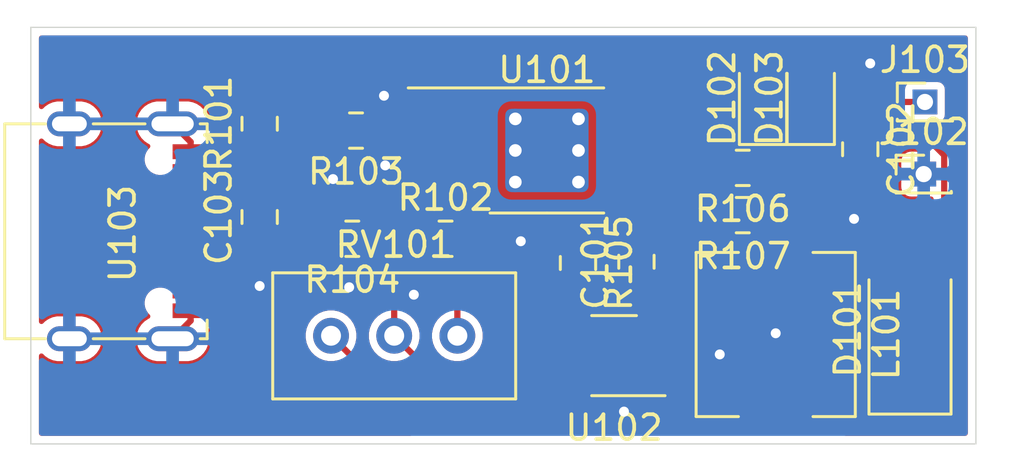
<source format=kicad_pcb>
(kicad_pcb (version 20171130) (host pcbnew "(5.1.4)-1")

  (general
    (thickness 1.6)
    (drawings 4)
    (tracks 114)
    (zones 0)
    (modules 20)
    (nets 26)
  )

  (page A4)
  (layers
    (0 F.Cu signal)
    (31 B.Cu signal)
    (32 B.Adhes user)
    (33 F.Adhes user)
    (34 B.Paste user)
    (35 F.Paste user)
    (36 B.SilkS user)
    (37 F.SilkS user)
    (38 B.Mask user)
    (39 F.Mask user)
    (40 Dwgs.User user)
    (41 Cmts.User user)
    (42 Eco1.User user)
    (43 Eco2.User user)
    (44 Edge.Cuts user)
    (45 Margin user)
    (46 B.CrtYd user)
    (47 F.CrtYd user)
    (48 B.Fab user)
    (49 F.Fab user hide)
  )

  (setup
    (last_trace_width 0.25)
    (user_trace_width 0.4)
    (trace_clearance 0.2)
    (zone_clearance 0.3)
    (zone_45_only no)
    (trace_min 0.2)
    (via_size 0.8)
    (via_drill 0.4)
    (via_min_size 0.4)
    (via_min_drill 0.3)
    (uvia_size 0.3)
    (uvia_drill 0.1)
    (uvias_allowed no)
    (uvia_min_size 0.2)
    (uvia_min_drill 0.1)
    (edge_width 0.05)
    (segment_width 0.2)
    (pcb_text_width 0.3)
    (pcb_text_size 1.5 1.5)
    (mod_edge_width 0.12)
    (mod_text_size 1 1)
    (mod_text_width 0.15)
    (pad_size 1.524 1.524)
    (pad_drill 0.762)
    (pad_to_mask_clearance 0.051)
    (solder_mask_min_width 0.25)
    (aux_axis_origin 0 0)
    (visible_elements 7FFFFFFF)
    (pcbplotparams
      (layerselection 0x010fc_ffffffff)
      (usegerberextensions false)
      (usegerberattributes false)
      (usegerberadvancedattributes false)
      (creategerberjobfile false)
      (excludeedgelayer true)
      (linewidth 0.100000)
      (plotframeref false)
      (viasonmask false)
      (mode 1)
      (useauxorigin false)
      (hpglpennumber 1)
      (hpglpenspeed 20)
      (hpglpendiameter 15.000000)
      (psnegative false)
      (psa4output false)
      (plotreference true)
      (plotvalue true)
      (plotinvisibletext false)
      (padsonsilk false)
      (subtractmaskfromsilk false)
      (outputformat 1)
      (mirror false)
      (drillshape 1)
      (scaleselection 1)
      (outputdirectory ""))
  )

  (net 0 "")
  (net 1 GND)
  (net 2 +5V)
  (net 3 /BAT+)
  (net 4 +3V3)
  (net 5 "Net-(D102-Pad1)")
  (net 6 VCC)
  (net 7 "Net-(D103-Pad1)")
  (net 8 "Net-(L101-Pad2)")
  (net 9 "Net-(R102-Pad1)")
  (net 10 "Net-(R103-Pad1)")
  (net 11 "Net-(R104-Pad2)")
  (net 12 "Net-(R105-Pad2)")
  (net 13 "Net-(R106-Pad2)")
  (net 14 "Net-(R107-Pad2)")
  (net 15 "Net-(U102-Pad6)")
  (net 16 "Net-(U103-PadA8)")
  (net 17 "Net-(U103-PadA7)")
  (net 18 "Net-(U103-PadA6)")
  (net 19 "Net-(U103-PadA5)")
  (net 20 "Net-(U103-PadA4)")
  (net 21 "Net-(U103-PadB5)")
  (net 22 "Net-(U103-PadB6)")
  (net 23 "Net-(U103-PadB7)")
  (net 24 "Net-(U103-PadB8)")
  (net 25 "Net-(U103-PadB9)")

  (net_class Default "This is the default net class."
    (clearance 0.2)
    (trace_width 0.25)
    (via_dia 0.8)
    (via_drill 0.4)
    (uvia_dia 0.3)
    (uvia_drill 0.1)
    (add_net +3V3)
    (add_net +5V)
    (add_net /BAT+)
    (add_net GND)
    (add_net "Net-(D102-Pad1)")
    (add_net "Net-(D103-Pad1)")
    (add_net "Net-(L101-Pad2)")
    (add_net "Net-(R102-Pad1)")
    (add_net "Net-(R103-Pad1)")
    (add_net "Net-(R104-Pad2)")
    (add_net "Net-(R105-Pad2)")
    (add_net "Net-(R106-Pad2)")
    (add_net "Net-(R107-Pad2)")
    (add_net "Net-(U102-Pad6)")
    (add_net "Net-(U103-PadA4)")
    (add_net "Net-(U103-PadA5)")
    (add_net "Net-(U103-PadA6)")
    (add_net "Net-(U103-PadA7)")
    (add_net "Net-(U103-PadA8)")
    (add_net "Net-(U103-PadB5)")
    (add_net "Net-(U103-PadB6)")
    (add_net "Net-(U103-PadB7)")
    (add_net "Net-(U103-PadB8)")
    (add_net "Net-(U103-PadB9)")
    (add_net VCC)
  )

  (module Package_SO:SOP-8-1EP_4.57x4.57mm_P1.27mm_EP4.57x4.45mm_ThermalVias (layer F.Cu) (tedit 5DB3FC23) (tstamp 5DB47DBE)
    (at 64.8 115)
    (descr "SOP, 8 Pin (Mini-Circuits XX112 housing; https://ww2.minicircuits.com/case_style/XX112.pdf), generated with kicad-footprint-generator ipc_gullwing_generator.py")
    (tags "SOP SO")
    (path /5DB4BCFC)
    (attr smd)
    (fp_text reference U101 (at 0 -3.24) (layer F.SilkS)
      (effects (font (size 1 1) (thickness 0.15)))
    )
    (fp_text value TC4056A (at 0 3.24) (layer F.Fab)
      (effects (font (size 1 1) (thickness 0.15)))
    )
    (fp_line (start 0 2.515) (end 2.285 2.515) (layer F.SilkS) (width 0.12))
    (fp_line (start 0 2.515) (end -2.285 2.515) (layer F.SilkS) (width 0.12))
    (fp_line (start 0 -2.515) (end 2.285 -2.515) (layer F.SilkS) (width 0.12))
    (fp_line (start 0 -2.515) (end -5.575 -2.515) (layer F.SilkS) (width 0.12))
    (fp_line (start -1.285 -2.285) (end 2.285 -2.285) (layer F.Fab) (width 0.1))
    (fp_line (start 2.285 -2.285) (end 2.285 2.285) (layer F.Fab) (width 0.1))
    (fp_line (start 2.285 2.285) (end -2.285 2.285) (layer F.Fab) (width 0.1))
    (fp_line (start -2.285 2.285) (end -2.285 -1.285) (layer F.Fab) (width 0.1))
    (fp_line (start -2.285 -1.285) (end -1.285 -2.285) (layer F.Fab) (width 0.1))
    (fp_line (start -5.82 -2.54) (end -5.82 2.54) (layer F.CrtYd) (width 0.05))
    (fp_line (start -5.82 2.54) (end 5.82 2.54) (layer F.CrtYd) (width 0.05))
    (fp_line (start 5.82 2.54) (end 5.82 -2.54) (layer F.CrtYd) (width 0.05))
    (fp_line (start 5.82 -2.54) (end -5.82 -2.54) (layer F.CrtYd) (width 0.05))
    (fp_text user %R (at 0 0) (layer F.Fab)
      (effects (font (size 1 1) (thickness 0.15)))
    )
    (pad 9 smd roundrect (at 0 0) (size 4.57 4.45) (layers F.Cu F.Mask) (roundrect_rratio 0.05618))
    (pad 9 thru_hole circle (at -1.27 -1.27) (size 0.81 0.81) (drill 0.51) (layers *.Cu))
    (pad 9 thru_hole circle (at 1.27 -1.27) (size 0.81 0.81) (drill 0.51) (layers *.Cu))
    (pad 9 thru_hole circle (at -1.27 0) (size 0.81 0.81) (drill 0.51) (layers *.Cu))
    (pad 9 thru_hole circle (at 1.27 0) (size 0.81 0.81) (drill 0.51) (layers *.Cu))
    (pad 9 thru_hole circle (at -1.27 1.27) (size 0.81 0.81) (drill 0.51) (layers *.Cu))
    (pad 9 thru_hole circle (at 1.27 1.27) (size 0.81 0.81) (drill 0.51) (layers *.Cu))
    (pad 9 smd roundrect (at 0 0) (size 3.35 3.35) (layers B.Cu) (roundrect_rratio 0.074627))
    (pad "" smd roundrect (at -1.14 -1.11) (size 1.91 1.86) (layers F.Paste) (roundrect_rratio 0.134409))
    (pad "" smd roundrect (at -1.14 1.11) (size 1.91 1.86) (layers F.Paste) (roundrect_rratio 0.134409))
    (pad "" smd roundrect (at 1.14 -1.11) (size 1.91 1.86) (layers F.Paste) (roundrect_rratio 0.134409))
    (pad "" smd roundrect (at 1.14 1.11) (size 1.91 1.86) (layers F.Paste) (roundrect_rratio 0.134409))
    (pad 1 smd roundrect (at -4.15 -1.905) (size 2.85 0.7) (layers F.Cu F.Paste F.Mask) (roundrect_rratio 0.25)
      (net 1 GND))
    (pad 2 smd roundrect (at -4.15 -0.635) (size 2.85 0.7) (layers F.Cu F.Paste F.Mask) (roundrect_rratio 0.25)
      (net 10 "Net-(R103-Pad1)"))
    (pad 3 smd roundrect (at -4.15 0.635) (size 2.85 0.7) (layers F.Cu F.Paste F.Mask) (roundrect_rratio 0.25)
      (net 1 GND))
    (pad 4 smd roundrect (at -4.15 1.905) (size 2.85 0.7) (layers F.Cu F.Paste F.Mask) (roundrect_rratio 0.25)
      (net 2 +5V))
    (pad 5 smd roundrect (at 4.15 1.905) (size 2.85 0.7) (layers F.Cu F.Paste F.Mask) (roundrect_rratio 0.25)
      (net 3 /BAT+))
    (pad 6 smd roundrect (at 4.15 0.635) (size 2.85 0.7) (layers F.Cu F.Paste F.Mask) (roundrect_rratio 0.25)
      (net 14 "Net-(R107-Pad2)"))
    (pad 7 smd roundrect (at 4.15 -0.635) (size 2.85 0.7) (layers F.Cu F.Paste F.Mask) (roundrect_rratio 0.25)
      (net 13 "Net-(R106-Pad2)"))
    (pad 8 smd roundrect (at 4.15 -1.905) (size 2.85 0.7) (layers F.Cu F.Paste F.Mask) (roundrect_rratio 0.25)
      (net 2 +5V))
    (model ${KISYS3DMOD}/Package_SO.3dshapes/SSOP-8_5.25x5.24mm_P1.27mm.step
      (at (xyz 0 0 0))
      (scale (xyz 1 1 1))
      (rotate (xyz 0 0 0))
    )
  )

  (module Inductor_SMD:L_6.3x6.3_H3 (layer F.Cu) (tedit 5DB3FB2B) (tstamp 5DB47D0A)
    (at 74 122.4 270)
    (descr "Choke, SMD, 6.3x6.3mm 3mm height")
    (tags "Choke SMD")
    (path /5DB68531)
    (attr smd)
    (fp_text reference L101 (at 0 -4.45 90) (layer F.SilkS)
      (effects (font (size 1 1) (thickness 0.15)))
    )
    (fp_text value L (at 0 4.45 90) (layer F.Fab)
      (effects (font (size 1 1) (thickness 0.15)))
    )
    (fp_text user %R (at 0 0 90) (layer F.Fab)
      (effects (font (size 1 1) (thickness 0.15)))
    )
    (fp_line (start 3.3 1.5) (end 3.3 3.2) (layer F.SilkS) (width 0.12))
    (fp_line (start 3.3 3.2) (end -3.3 3.2) (layer F.SilkS) (width 0.12))
    (fp_line (start -3.3 3.2) (end -3.3 1.5) (layer F.SilkS) (width 0.12))
    (fp_line (start -3.3 -1.5) (end -3.3 -3.2) (layer F.SilkS) (width 0.12))
    (fp_line (start -3.3 -3.2) (end 3.3 -3.2) (layer F.SilkS) (width 0.12))
    (fp_line (start 3.3 -3.2) (end 3.3 -1.5) (layer F.SilkS) (width 0.12))
    (fp_line (start -3.75 -3.4) (end -3.75 3.4) (layer F.CrtYd) (width 0.05))
    (fp_line (start -3.75 3.4) (end 3.75 3.4) (layer F.CrtYd) (width 0.05))
    (fp_line (start 3.75 3.4) (end 3.75 -3.4) (layer F.CrtYd) (width 0.05))
    (fp_line (start 3.75 -3.4) (end -3.75 -3.4) (layer F.CrtYd) (width 0.05))
    (fp_line (start 3.15 3.15) (end 3.15 1.5) (layer F.Fab) (width 0.1))
    (fp_line (start 3.15 -3.15) (end 3.15 -1.5) (layer F.Fab) (width 0.1))
    (fp_line (start -3.15 3.15) (end -3.15 1.5) (layer F.Fab) (width 0.1))
    (fp_line (start -3.15 -3.15) (end -3.15 -1.5) (layer F.Fab) (width 0.1))
    (fp_line (start -3.15 -3.15) (end 3.15 -3.15) (layer F.Fab) (width 0.1))
    (fp_line (start -3.15 3.15) (end 3.15 3.15) (layer F.Fab) (width 0.1))
    (fp_arc (start 0 0) (end -1.91 -1.91) (angle 90) (layer F.Fab) (width 0.1))
    (fp_arc (start 0 0) (end 1.91 1.91) (angle 90) (layer F.Fab) (width 0.1))
    (pad 1 smd rect (at -2.75 0 270) (size 1.5 2.4) (layers F.Cu F.Paste F.Mask)
      (net 3 /BAT+))
    (pad 2 smd rect (at 2.75 0 270) (size 1.5 2.4) (layers F.Cu F.Paste F.Mask)
      (net 8 "Net-(L101-Pad2)"))
    (model ${KISYS3DMOD}/Inductor_SMD.3dshapes/L_Wuerth_HCI-2212.step
      (at (xyz 0 0 0))
      (scale (xyz 0.29 0.29 0.29))
      (rotate (xyz 0 0 0))
    )
  )

  (module Capacitor_SMD:C_0805_2012Metric_Pad1.15x1.40mm_HandSolder (layer F.Cu) (tedit 5B36C52B) (tstamp 5DB47C45)
    (at 68.4 119.475 90)
    (descr "Capacitor SMD 0805 (2012 Metric), square (rectangular) end terminal, IPC_7351 nominal with elongated pad for handsoldering. (Body size source: https://docs.google.com/spreadsheets/d/1BsfQQcO9C6DZCsRaXUlFlo91Tg2WpOkGARC1WS5S8t0/edit?usp=sharing), generated with kicad-footprint-generator")
    (tags "capacitor handsolder")
    (path /5DB4E1DD)
    (attr smd)
    (fp_text reference C101 (at 0 -1.65 90) (layer F.SilkS)
      (effects (font (size 1 1) (thickness 0.15)))
    )
    (fp_text value 10uF (at 0 1.65 90) (layer F.Fab)
      (effects (font (size 1 1) (thickness 0.15)))
    )
    (fp_text user %R (at 0 0 90) (layer F.Fab)
      (effects (font (size 0.5 0.5) (thickness 0.08)))
    )
    (fp_line (start 1.85 0.95) (end -1.85 0.95) (layer F.CrtYd) (width 0.05))
    (fp_line (start 1.85 -0.95) (end 1.85 0.95) (layer F.CrtYd) (width 0.05))
    (fp_line (start -1.85 -0.95) (end 1.85 -0.95) (layer F.CrtYd) (width 0.05))
    (fp_line (start -1.85 0.95) (end -1.85 -0.95) (layer F.CrtYd) (width 0.05))
    (fp_line (start -0.261252 0.71) (end 0.261252 0.71) (layer F.SilkS) (width 0.12))
    (fp_line (start -0.261252 -0.71) (end 0.261252 -0.71) (layer F.SilkS) (width 0.12))
    (fp_line (start 1 0.6) (end -1 0.6) (layer F.Fab) (width 0.1))
    (fp_line (start 1 -0.6) (end 1 0.6) (layer F.Fab) (width 0.1))
    (fp_line (start -1 -0.6) (end 1 -0.6) (layer F.Fab) (width 0.1))
    (fp_line (start -1 0.6) (end -1 -0.6) (layer F.Fab) (width 0.1))
    (pad 2 smd roundrect (at 1.025 0 90) (size 1.15 1.4) (layers F.Cu F.Paste F.Mask) (roundrect_rratio 0.217391)
      (net 1 GND))
    (pad 1 smd roundrect (at -1.025 0 90) (size 1.15 1.4) (layers F.Cu F.Paste F.Mask) (roundrect_rratio 0.217391)
      (net 2 +5V))
    (model ${KISYS3DMOD}/Capacitor_SMD.3dshapes/C_0805_2012Metric.wrl
      (at (xyz 0 0 0))
      (scale (xyz 1 1 1))
      (rotate (xyz 0 0 0))
    )
  )

  (module Capacitor_SMD:C_0805_2012Metric_Pad1.15x1.40mm_HandSolder (layer F.Cu) (tedit 5B36C52B) (tstamp 5DB47C56)
    (at 77.4 114.95 270)
    (descr "Capacitor SMD 0805 (2012 Metric), square (rectangular) end terminal, IPC_7351 nominal with elongated pad for handsoldering. (Body size source: https://docs.google.com/spreadsheets/d/1BsfQQcO9C6DZCsRaXUlFlo91Tg2WpOkGARC1WS5S8t0/edit?usp=sharing), generated with kicad-footprint-generator")
    (tags "capacitor handsolder")
    (path /5DB555A4)
    (attr smd)
    (fp_text reference C102 (at 0 -1.65 90) (layer F.SilkS)
      (effects (font (size 1 1) (thickness 0.15)))
    )
    (fp_text value 10uF (at 0 1.65 90) (layer F.Fab)
      (effects (font (size 1 1) (thickness 0.15)))
    )
    (fp_line (start -1 0.6) (end -1 -0.6) (layer F.Fab) (width 0.1))
    (fp_line (start -1 -0.6) (end 1 -0.6) (layer F.Fab) (width 0.1))
    (fp_line (start 1 -0.6) (end 1 0.6) (layer F.Fab) (width 0.1))
    (fp_line (start 1 0.6) (end -1 0.6) (layer F.Fab) (width 0.1))
    (fp_line (start -0.261252 -0.71) (end 0.261252 -0.71) (layer F.SilkS) (width 0.12))
    (fp_line (start -0.261252 0.71) (end 0.261252 0.71) (layer F.SilkS) (width 0.12))
    (fp_line (start -1.85 0.95) (end -1.85 -0.95) (layer F.CrtYd) (width 0.05))
    (fp_line (start -1.85 -0.95) (end 1.85 -0.95) (layer F.CrtYd) (width 0.05))
    (fp_line (start 1.85 -0.95) (end 1.85 0.95) (layer F.CrtYd) (width 0.05))
    (fp_line (start 1.85 0.95) (end -1.85 0.95) (layer F.CrtYd) (width 0.05))
    (fp_text user %R (at 0 0 90) (layer F.Fab)
      (effects (font (size 0.5 0.5) (thickness 0.08)))
    )
    (pad 1 smd roundrect (at -1.025 0 270) (size 1.15 1.4) (layers F.Cu F.Paste F.Mask) (roundrect_rratio 0.217391)
      (net 3 /BAT+))
    (pad 2 smd roundrect (at 1.025 0 270) (size 1.15 1.4) (layers F.Cu F.Paste F.Mask) (roundrect_rratio 0.217391)
      (net 1 GND))
    (model ${KISYS3DMOD}/Capacitor_SMD.3dshapes/C_0805_2012Metric.wrl
      (at (xyz 0 0 0))
      (scale (xyz 1 1 1))
      (rotate (xyz 0 0 0))
    )
  )

  (module Capacitor_SMD:C_0805_2012Metric_Pad1.15x1.40mm_HandSolder (layer F.Cu) (tedit 5B36C52B) (tstamp 5DB47C67)
    (at 53.25 117.675 90)
    (descr "Capacitor SMD 0805 (2012 Metric), square (rectangular) end terminal, IPC_7351 nominal with elongated pad for handsoldering. (Body size source: https://docs.google.com/spreadsheets/d/1BsfQQcO9C6DZCsRaXUlFlo91Tg2WpOkGARC1WS5S8t0/edit?usp=sharing), generated with kicad-footprint-generator")
    (tags "capacitor handsolder")
    (path /5DB670D0)
    (attr smd)
    (fp_text reference C103 (at 0 -1.65 90) (layer F.SilkS)
      (effects (font (size 1 1) (thickness 0.15)))
    )
    (fp_text value 10uF (at 0 1.65 90) (layer F.Fab)
      (effects (font (size 1 1) (thickness 0.15)))
    )
    (fp_line (start -1 0.6) (end -1 -0.6) (layer F.Fab) (width 0.1))
    (fp_line (start -1 -0.6) (end 1 -0.6) (layer F.Fab) (width 0.1))
    (fp_line (start 1 -0.6) (end 1 0.6) (layer F.Fab) (width 0.1))
    (fp_line (start 1 0.6) (end -1 0.6) (layer F.Fab) (width 0.1))
    (fp_line (start -0.261252 -0.71) (end 0.261252 -0.71) (layer F.SilkS) (width 0.12))
    (fp_line (start -0.261252 0.71) (end 0.261252 0.71) (layer F.SilkS) (width 0.12))
    (fp_line (start -1.85 0.95) (end -1.85 -0.95) (layer F.CrtYd) (width 0.05))
    (fp_line (start -1.85 -0.95) (end 1.85 -0.95) (layer F.CrtYd) (width 0.05))
    (fp_line (start 1.85 -0.95) (end 1.85 0.95) (layer F.CrtYd) (width 0.05))
    (fp_line (start 1.85 0.95) (end -1.85 0.95) (layer F.CrtYd) (width 0.05))
    (fp_text user %R (at 0 0 90) (layer F.Fab)
      (effects (font (size 0.5 0.5) (thickness 0.08)))
    )
    (pad 1 smd roundrect (at -1.025 0 90) (size 1.15 1.4) (layers F.Cu F.Paste F.Mask) (roundrect_rratio 0.217391)
      (net 2 +5V))
    (pad 2 smd roundrect (at 1.025 0 90) (size 1.15 1.4) (layers F.Cu F.Paste F.Mask) (roundrect_rratio 0.217391)
      (net 1 GND))
    (model ${KISYS3DMOD}/Capacitor_SMD.3dshapes/C_0805_2012Metric.wrl
      (at (xyz 0 0 0))
      (scale (xyz 1 1 1))
      (rotate (xyz 0 0 0))
    )
  )

  (module Diode_SMD:D_SMA (layer F.Cu) (tedit 586432E5) (tstamp 5DB47C7F)
    (at 79.4 122.2 90)
    (descr "Diode SMA (DO-214AC)")
    (tags "Diode SMA (DO-214AC)")
    (path /5DB6B879)
    (attr smd)
    (fp_text reference D101 (at 0 -2.5 90) (layer F.SilkS)
      (effects (font (size 1 1) (thickness 0.15)))
    )
    (fp_text value SS36 (at 0 2.6 90) (layer F.Fab)
      (effects (font (size 1 1) (thickness 0.15)))
    )
    (fp_text user %R (at 0 -2.5 90) (layer F.Fab)
      (effects (font (size 1 1) (thickness 0.15)))
    )
    (fp_line (start -3.4 -1.65) (end -3.4 1.65) (layer F.SilkS) (width 0.12))
    (fp_line (start 2.3 1.5) (end -2.3 1.5) (layer F.Fab) (width 0.1))
    (fp_line (start -2.3 1.5) (end -2.3 -1.5) (layer F.Fab) (width 0.1))
    (fp_line (start 2.3 -1.5) (end 2.3 1.5) (layer F.Fab) (width 0.1))
    (fp_line (start 2.3 -1.5) (end -2.3 -1.5) (layer F.Fab) (width 0.1))
    (fp_line (start -3.5 -1.75) (end 3.5 -1.75) (layer F.CrtYd) (width 0.05))
    (fp_line (start 3.5 -1.75) (end 3.5 1.75) (layer F.CrtYd) (width 0.05))
    (fp_line (start 3.5 1.75) (end -3.5 1.75) (layer F.CrtYd) (width 0.05))
    (fp_line (start -3.5 1.75) (end -3.5 -1.75) (layer F.CrtYd) (width 0.05))
    (fp_line (start -0.64944 0.00102) (end -1.55114 0.00102) (layer F.Fab) (width 0.1))
    (fp_line (start 0.50118 0.00102) (end 1.4994 0.00102) (layer F.Fab) (width 0.1))
    (fp_line (start -0.64944 -0.79908) (end -0.64944 0.80112) (layer F.Fab) (width 0.1))
    (fp_line (start 0.50118 0.75032) (end 0.50118 -0.79908) (layer F.Fab) (width 0.1))
    (fp_line (start -0.64944 0.00102) (end 0.50118 0.75032) (layer F.Fab) (width 0.1))
    (fp_line (start -0.64944 0.00102) (end 0.50118 -0.79908) (layer F.Fab) (width 0.1))
    (fp_line (start -3.4 1.65) (end 2 1.65) (layer F.SilkS) (width 0.12))
    (fp_line (start -3.4 -1.65) (end 2 -1.65) (layer F.SilkS) (width 0.12))
    (pad 1 smd rect (at -2 0 90) (size 2.5 1.8) (layers F.Cu F.Paste F.Mask)
      (net 4 +3V3))
    (pad 2 smd rect (at 2 0 90) (size 2.5 1.8) (layers F.Cu F.Paste F.Mask)
      (net 3 /BAT+))
    (model ${KISYS3DMOD}/Diode_SMD.3dshapes/D_SMA.wrl
      (at (xyz 0 0 0))
      (scale (xyz 1 1 1))
      (rotate (xyz 0 0 0))
    )
  )

  (module Connector_PinHeader_1.27mm:PinHeader_1x01_P1.27mm_Vertical (layer F.Cu) (tedit 59FED6E3) (tstamp 5DB47CDB)
    (at 79.95 115.95)
    (descr "Through hole straight pin header, 1x01, 1.27mm pitch, single row")
    (tags "Through hole pin header THT 1x01 1.27mm single row")
    (path /5DB541E5)
    (fp_text reference J102 (at 0 -1.695) (layer F.SilkS)
      (effects (font (size 1 1) (thickness 0.15)))
    )
    (fp_text value BAT- (at 0 1.695) (layer F.Fab)
      (effects (font (size 1 1) (thickness 0.15)))
    )
    (fp_text user %R (at 0 0 90) (layer F.Fab)
      (effects (font (size 1 1) (thickness 0.15)))
    )
    (fp_line (start 1.55 -1.15) (end -1.55 -1.15) (layer F.CrtYd) (width 0.05))
    (fp_line (start 1.55 1.15) (end 1.55 -1.15) (layer F.CrtYd) (width 0.05))
    (fp_line (start -1.55 1.15) (end 1.55 1.15) (layer F.CrtYd) (width 0.05))
    (fp_line (start -1.55 -1.15) (end -1.55 1.15) (layer F.CrtYd) (width 0.05))
    (fp_line (start -1.11 -0.76) (end 0 -0.76) (layer F.SilkS) (width 0.12))
    (fp_line (start -1.11 0) (end -1.11 -0.76) (layer F.SilkS) (width 0.12))
    (fp_line (start 0.563471 0.76) (end 1.11 0.76) (layer F.SilkS) (width 0.12))
    (fp_line (start -1.11 0.76) (end -0.563471 0.76) (layer F.SilkS) (width 0.12))
    (fp_line (start 1.11 0.76) (end 1.11 0.695) (layer F.SilkS) (width 0.12))
    (fp_line (start -1.11 0.76) (end -1.11 0.695) (layer F.SilkS) (width 0.12))
    (fp_line (start -1.11 0.76) (end 1.11 0.76) (layer F.SilkS) (width 0.12))
    (fp_line (start -1.05 -0.11) (end -0.525 -0.635) (layer F.Fab) (width 0.1))
    (fp_line (start -1.05 0.635) (end -1.05 -0.11) (layer F.Fab) (width 0.1))
    (fp_line (start 1.05 0.635) (end -1.05 0.635) (layer F.Fab) (width 0.1))
    (fp_line (start 1.05 -0.635) (end 1.05 0.635) (layer F.Fab) (width 0.1))
    (fp_line (start -0.525 -0.635) (end 1.05 -0.635) (layer F.Fab) (width 0.1))
    (pad 1 thru_hole rect (at 0 0) (size 1 1) (drill 0.65) (layers *.Cu *.Mask)
      (net 1 GND))
    (model ${KISYS3DMOD}/Connector_PinHeader_1.27mm.3dshapes/PinHeader_1x01_P1.27mm_Vertical.wrl
      (at (xyz 0 0 0))
      (scale (xyz 1 1 1))
      (rotate (xyz 0 0 0))
    )
  )

  (module Connector_PinHeader_1.27mm:PinHeader_1x01_P1.27mm_Vertical (layer F.Cu) (tedit 59FED6E3) (tstamp 5DB5D29A)
    (at 80 113.05)
    (descr "Through hole straight pin header, 1x01, 1.27mm pitch, single row")
    (tags "Through hole pin header THT 1x01 1.27mm single row")
    (path /5DB53333)
    (fp_text reference J103 (at 0 -1.695) (layer F.SilkS)
      (effects (font (size 1 1) (thickness 0.15)))
    )
    (fp_text value BAT+ (at 0 1.695) (layer F.Fab)
      (effects (font (size 1 1) (thickness 0.15)))
    )
    (fp_line (start -0.525 -0.635) (end 1.05 -0.635) (layer F.Fab) (width 0.1))
    (fp_line (start 1.05 -0.635) (end 1.05 0.635) (layer F.Fab) (width 0.1))
    (fp_line (start 1.05 0.635) (end -1.05 0.635) (layer F.Fab) (width 0.1))
    (fp_line (start -1.05 0.635) (end -1.05 -0.11) (layer F.Fab) (width 0.1))
    (fp_line (start -1.05 -0.11) (end -0.525 -0.635) (layer F.Fab) (width 0.1))
    (fp_line (start -1.11 0.76) (end 1.11 0.76) (layer F.SilkS) (width 0.12))
    (fp_line (start -1.11 0.76) (end -1.11 0.695) (layer F.SilkS) (width 0.12))
    (fp_line (start 1.11 0.76) (end 1.11 0.695) (layer F.SilkS) (width 0.12))
    (fp_line (start -1.11 0.76) (end -0.563471 0.76) (layer F.SilkS) (width 0.12))
    (fp_line (start 0.563471 0.76) (end 1.11 0.76) (layer F.SilkS) (width 0.12))
    (fp_line (start -1.11 0) (end -1.11 -0.76) (layer F.SilkS) (width 0.12))
    (fp_line (start -1.11 -0.76) (end 0 -0.76) (layer F.SilkS) (width 0.12))
    (fp_line (start -1.55 -1.15) (end -1.55 1.15) (layer F.CrtYd) (width 0.05))
    (fp_line (start -1.55 1.15) (end 1.55 1.15) (layer F.CrtYd) (width 0.05))
    (fp_line (start 1.55 1.15) (end 1.55 -1.15) (layer F.CrtYd) (width 0.05))
    (fp_line (start 1.55 -1.15) (end -1.55 -1.15) (layer F.CrtYd) (width 0.05))
    (fp_text user %R (at 0 0 90) (layer F.Fab)
      (effects (font (size 1 1) (thickness 0.15)))
    )
    (pad 1 thru_hole rect (at 0 0) (size 1 1) (drill 0.65) (layers *.Cu *.Mask)
      (net 3 /BAT+))
    (model ${KISYS3DMOD}/Connector_PinHeader_1.27mm.3dshapes/PinHeader_1x01_P1.27mm_Vertical.wrl
      (at (xyz 0 0 0))
      (scale (xyz 1 1 1))
      (rotate (xyz 0 0 0))
    )
  )

  (module Resistor_SMD:R_0805_2012Metric_Pad1.15x1.40mm_HandSolder (layer F.Cu) (tedit 5B36C52B) (tstamp 5DB47D1B)
    (at 53.25 113.925 90)
    (descr "Resistor SMD 0805 (2012 Metric), square (rectangular) end terminal, IPC_7351 nominal with elongated pad for handsoldering. (Body size source: https://docs.google.com/spreadsheets/d/1BsfQQcO9C6DZCsRaXUlFlo91Tg2WpOkGARC1WS5S8t0/edit?usp=sharing), generated with kicad-footprint-generator")
    (tags "resistor handsolder")
    (path /5DB4D24E)
    (attr smd)
    (fp_text reference R101 (at 0 -1.65 90) (layer F.SilkS)
      (effects (font (size 1 1) (thickness 0.15)))
    )
    (fp_text value 0R (at 0 1.65 90) (layer F.Fab)
      (effects (font (size 1 1) (thickness 0.15)))
    )
    (fp_line (start -1 0.6) (end -1 -0.6) (layer F.Fab) (width 0.1))
    (fp_line (start -1 -0.6) (end 1 -0.6) (layer F.Fab) (width 0.1))
    (fp_line (start 1 -0.6) (end 1 0.6) (layer F.Fab) (width 0.1))
    (fp_line (start 1 0.6) (end -1 0.6) (layer F.Fab) (width 0.1))
    (fp_line (start -0.261252 -0.71) (end 0.261252 -0.71) (layer F.SilkS) (width 0.12))
    (fp_line (start -0.261252 0.71) (end 0.261252 0.71) (layer F.SilkS) (width 0.12))
    (fp_line (start -1.85 0.95) (end -1.85 -0.95) (layer F.CrtYd) (width 0.05))
    (fp_line (start -1.85 -0.95) (end 1.85 -0.95) (layer F.CrtYd) (width 0.05))
    (fp_line (start 1.85 -0.95) (end 1.85 0.95) (layer F.CrtYd) (width 0.05))
    (fp_line (start 1.85 0.95) (end -1.85 0.95) (layer F.CrtYd) (width 0.05))
    (fp_text user %R (at 0 0 90) (layer F.Fab)
      (effects (font (size 0.5 0.5) (thickness 0.08)))
    )
    (pad 1 smd roundrect (at -1.025 0 90) (size 1.15 1.4) (layers F.Cu F.Paste F.Mask) (roundrect_rratio 0.217391)
      (net 2 +5V))
    (pad 2 smd roundrect (at 1.025 0 90) (size 1.15 1.4) (layers F.Cu F.Paste F.Mask) (roundrect_rratio 0.217391)
      (net 6 VCC))
    (model ${KISYS3DMOD}/Resistor_SMD.3dshapes/R_0805_2012Metric.wrl
      (at (xyz 0 0 0))
      (scale (xyz 1 1 1))
      (rotate (xyz 0 0 0))
    )
  )

  (module Resistor_SMD:R_0805_2012Metric_Pad1.15x1.40mm_HandSolder (layer F.Cu) (tedit 5B36C52B) (tstamp 5DB47D2C)
    (at 60.725 118.55)
    (descr "Resistor SMD 0805 (2012 Metric), square (rectangular) end terminal, IPC_7351 nominal with elongated pad for handsoldering. (Body size source: https://docs.google.com/spreadsheets/d/1BsfQQcO9C6DZCsRaXUlFlo91Tg2WpOkGARC1WS5S8t0/edit?usp=sharing), generated with kicad-footprint-generator")
    (tags "resistor handsolder")
    (path /5DB719E0)
    (attr smd)
    (fp_text reference R102 (at 0 -1.65) (layer F.SilkS)
      (effects (font (size 1 1) (thickness 0.15)))
    )
    (fp_text value 2k2 (at 0 1.65) (layer F.Fab)
      (effects (font (size 1 1) (thickness 0.15)))
    )
    (fp_text user %R (at 0 0) (layer F.Fab)
      (effects (font (size 0.5 0.5) (thickness 0.08)))
    )
    (fp_line (start 1.85 0.95) (end -1.85 0.95) (layer F.CrtYd) (width 0.05))
    (fp_line (start 1.85 -0.95) (end 1.85 0.95) (layer F.CrtYd) (width 0.05))
    (fp_line (start -1.85 -0.95) (end 1.85 -0.95) (layer F.CrtYd) (width 0.05))
    (fp_line (start -1.85 0.95) (end -1.85 -0.95) (layer F.CrtYd) (width 0.05))
    (fp_line (start -0.261252 0.71) (end 0.261252 0.71) (layer F.SilkS) (width 0.12))
    (fp_line (start -0.261252 -0.71) (end 0.261252 -0.71) (layer F.SilkS) (width 0.12))
    (fp_line (start 1 0.6) (end -1 0.6) (layer F.Fab) (width 0.1))
    (fp_line (start 1 -0.6) (end 1 0.6) (layer F.Fab) (width 0.1))
    (fp_line (start -1 -0.6) (end 1 -0.6) (layer F.Fab) (width 0.1))
    (fp_line (start -1 0.6) (end -1 -0.6) (layer F.Fab) (width 0.1))
    (pad 2 smd roundrect (at 1.025 0) (size 1.15 1.4) (layers F.Cu F.Paste F.Mask) (roundrect_rratio 0.217391)
      (net 1 GND))
    (pad 1 smd roundrect (at -1.025 0) (size 1.15 1.4) (layers F.Cu F.Paste F.Mask) (roundrect_rratio 0.217391)
      (net 9 "Net-(R102-Pad1)"))
    (model ${KISYS3DMOD}/Resistor_SMD.3dshapes/R_0805_2012Metric.wrl
      (at (xyz 0 0 0))
      (scale (xyz 1 1 1))
      (rotate (xyz 0 0 0))
    )
  )

  (module Resistor_SMD:R_0805_2012Metric_Pad1.15x1.40mm_HandSolder (layer F.Cu) (tedit 5B36C52B) (tstamp 5DB47D3D)
    (at 57.125 114.2 180)
    (descr "Resistor SMD 0805 (2012 Metric), square (rectangular) end terminal, IPC_7351 nominal with elongated pad for handsoldering. (Body size source: https://docs.google.com/spreadsheets/d/1BsfQQcO9C6DZCsRaXUlFlo91Tg2WpOkGARC1WS5S8t0/edit?usp=sharing), generated with kicad-footprint-generator")
    (tags "resistor handsolder")
    (path /5DB50A71)
    (attr smd)
    (fp_text reference R103 (at 0 -1.65) (layer F.SilkS)
      (effects (font (size 1 1) (thickness 0.15)))
    )
    (fp_text value 1k2 (at 0 1.65) (layer F.Fab)
      (effects (font (size 1 1) (thickness 0.15)))
    )
    (fp_text user %R (at 0 0) (layer F.Fab)
      (effects (font (size 0.5 0.5) (thickness 0.08)))
    )
    (fp_line (start 1.85 0.95) (end -1.85 0.95) (layer F.CrtYd) (width 0.05))
    (fp_line (start 1.85 -0.95) (end 1.85 0.95) (layer F.CrtYd) (width 0.05))
    (fp_line (start -1.85 -0.95) (end 1.85 -0.95) (layer F.CrtYd) (width 0.05))
    (fp_line (start -1.85 0.95) (end -1.85 -0.95) (layer F.CrtYd) (width 0.05))
    (fp_line (start -0.261252 0.71) (end 0.261252 0.71) (layer F.SilkS) (width 0.12))
    (fp_line (start -0.261252 -0.71) (end 0.261252 -0.71) (layer F.SilkS) (width 0.12))
    (fp_line (start 1 0.6) (end -1 0.6) (layer F.Fab) (width 0.1))
    (fp_line (start 1 -0.6) (end 1 0.6) (layer F.Fab) (width 0.1))
    (fp_line (start -1 -0.6) (end 1 -0.6) (layer F.Fab) (width 0.1))
    (fp_line (start -1 0.6) (end -1 -0.6) (layer F.Fab) (width 0.1))
    (pad 2 smd roundrect (at 1.025 0 180) (size 1.15 1.4) (layers F.Cu F.Paste F.Mask) (roundrect_rratio 0.217391)
      (net 1 GND))
    (pad 1 smd roundrect (at -1.025 0 180) (size 1.15 1.4) (layers F.Cu F.Paste F.Mask) (roundrect_rratio 0.217391)
      (net 10 "Net-(R103-Pad1)"))
    (model ${KISYS3DMOD}/Resistor_SMD.3dshapes/R_0805_2012Metric.wrl
      (at (xyz 0 0 0))
      (scale (xyz 1 1 1))
      (rotate (xyz 0 0 0))
    )
  )

  (module Resistor_SMD:R_0805_2012Metric_Pad1.15x1.40mm_HandSolder (layer F.Cu) (tedit 5B36C52B) (tstamp 5DB47D4E)
    (at 56.975 118.55 180)
    (descr "Resistor SMD 0805 (2012 Metric), square (rectangular) end terminal, IPC_7351 nominal with elongated pad for handsoldering. (Body size source: https://docs.google.com/spreadsheets/d/1BsfQQcO9C6DZCsRaXUlFlo91Tg2WpOkGARC1WS5S8t0/edit?usp=sharing), generated with kicad-footprint-generator")
    (tags "resistor handsolder")
    (path /5DB6FBA0)
    (attr smd)
    (fp_text reference R104 (at 0 -1.65) (layer F.SilkS)
      (effects (font (size 1 1) (thickness 0.15)))
    )
    (fp_text value 800 (at 0 1.65) (layer F.Fab)
      (effects (font (size 1 1) (thickness 0.15)))
    )
    (fp_text user %R (at 0 0) (layer F.Fab)
      (effects (font (size 0.5 0.5) (thickness 0.08)))
    )
    (fp_line (start 1.85 0.95) (end -1.85 0.95) (layer F.CrtYd) (width 0.05))
    (fp_line (start 1.85 -0.95) (end 1.85 0.95) (layer F.CrtYd) (width 0.05))
    (fp_line (start -1.85 -0.95) (end 1.85 -0.95) (layer F.CrtYd) (width 0.05))
    (fp_line (start -1.85 0.95) (end -1.85 -0.95) (layer F.CrtYd) (width 0.05))
    (fp_line (start -0.261252 0.71) (end 0.261252 0.71) (layer F.SilkS) (width 0.12))
    (fp_line (start -0.261252 -0.71) (end 0.261252 -0.71) (layer F.SilkS) (width 0.12))
    (fp_line (start 1 0.6) (end -1 0.6) (layer F.Fab) (width 0.1))
    (fp_line (start 1 -0.6) (end 1 0.6) (layer F.Fab) (width 0.1))
    (fp_line (start -1 -0.6) (end 1 -0.6) (layer F.Fab) (width 0.1))
    (fp_line (start -1 0.6) (end -1 -0.6) (layer F.Fab) (width 0.1))
    (pad 2 smd roundrect (at 1.025 0 180) (size 1.15 1.4) (layers F.Cu F.Paste F.Mask) (roundrect_rratio 0.217391)
      (net 11 "Net-(R104-Pad2)"))
    (pad 1 smd roundrect (at -1.025 0 180) (size 1.15 1.4) (layers F.Cu F.Paste F.Mask) (roundrect_rratio 0.217391)
      (net 9 "Net-(R102-Pad1)"))
    (model ${KISYS3DMOD}/Resistor_SMD.3dshapes/R_0805_2012Metric.wrl
      (at (xyz 0 0 0))
      (scale (xyz 1 1 1))
      (rotate (xyz 0 0 0))
    )
  )

  (module Resistor_SMD:R_0805_2012Metric_Pad1.15x1.40mm_HandSolder (layer F.Cu) (tedit 5B36C52B) (tstamp 5DB47D5F)
    (at 66.05 119.525 270)
    (descr "Resistor SMD 0805 (2012 Metric), square (rectangular) end terminal, IPC_7351 nominal with elongated pad for handsoldering. (Body size source: https://docs.google.com/spreadsheets/d/1BsfQQcO9C6DZCsRaXUlFlo91Tg2WpOkGARC1WS5S8t0/edit?usp=sharing), generated with kicad-footprint-generator")
    (tags "resistor handsolder")
    (path /5DB63AE1)
    (attr smd)
    (fp_text reference R105 (at 0 -1.65 90) (layer F.SilkS)
      (effects (font (size 1 1) (thickness 0.15)))
    )
    (fp_text value 0R (at 0 1.65 90) (layer F.Fab)
      (effects (font (size 1 1) (thickness 0.15)))
    )
    (fp_text user %R (at 0 0 90) (layer F.Fab)
      (effects (font (size 0.5 0.5) (thickness 0.08)))
    )
    (fp_line (start 1.85 0.95) (end -1.85 0.95) (layer F.CrtYd) (width 0.05))
    (fp_line (start 1.85 -0.95) (end 1.85 0.95) (layer F.CrtYd) (width 0.05))
    (fp_line (start -1.85 -0.95) (end 1.85 -0.95) (layer F.CrtYd) (width 0.05))
    (fp_line (start -1.85 0.95) (end -1.85 -0.95) (layer F.CrtYd) (width 0.05))
    (fp_line (start -0.261252 0.71) (end 0.261252 0.71) (layer F.SilkS) (width 0.12))
    (fp_line (start -0.261252 -0.71) (end 0.261252 -0.71) (layer F.SilkS) (width 0.12))
    (fp_line (start 1 0.6) (end -1 0.6) (layer F.Fab) (width 0.1))
    (fp_line (start 1 -0.6) (end 1 0.6) (layer F.Fab) (width 0.1))
    (fp_line (start -1 -0.6) (end 1 -0.6) (layer F.Fab) (width 0.1))
    (fp_line (start -1 0.6) (end -1 -0.6) (layer F.Fab) (width 0.1))
    (pad 2 smd roundrect (at 1.025 0 270) (size 1.15 1.4) (layers F.Cu F.Paste F.Mask) (roundrect_rratio 0.217391)
      (net 12 "Net-(R105-Pad2)"))
    (pad 1 smd roundrect (at -1.025 0 270) (size 1.15 1.4) (layers F.Cu F.Paste F.Mask) (roundrect_rratio 0.217391)
      (net 2 +5V))
    (model ${KISYS3DMOD}/Resistor_SMD.3dshapes/R_0805_2012Metric.wrl
      (at (xyz 0 0 0))
      (scale (xyz 1 1 1))
      (rotate (xyz 0 0 0))
    )
  )

  (module Resistor_SMD:R_0805_2012Metric_Pad1.15x1.40mm_HandSolder (layer F.Cu) (tedit 5B36C52B) (tstamp 5DB47D70)
    (at 72.675 115.7 180)
    (descr "Resistor SMD 0805 (2012 Metric), square (rectangular) end terminal, IPC_7351 nominal with elongated pad for handsoldering. (Body size source: https://docs.google.com/spreadsheets/d/1BsfQQcO9C6DZCsRaXUlFlo91Tg2WpOkGARC1WS5S8t0/edit?usp=sharing), generated with kicad-footprint-generator")
    (tags "resistor handsolder")
    (path /5DB58F81)
    (attr smd)
    (fp_text reference R106 (at 0 -1.65) (layer F.SilkS)
      (effects (font (size 1 1) (thickness 0.15)))
    )
    (fp_text value 1k2 (at 0 1.65) (layer F.Fab)
      (effects (font (size 1 1) (thickness 0.15)))
    )
    (fp_line (start -1 0.6) (end -1 -0.6) (layer F.Fab) (width 0.1))
    (fp_line (start -1 -0.6) (end 1 -0.6) (layer F.Fab) (width 0.1))
    (fp_line (start 1 -0.6) (end 1 0.6) (layer F.Fab) (width 0.1))
    (fp_line (start 1 0.6) (end -1 0.6) (layer F.Fab) (width 0.1))
    (fp_line (start -0.261252 -0.71) (end 0.261252 -0.71) (layer F.SilkS) (width 0.12))
    (fp_line (start -0.261252 0.71) (end 0.261252 0.71) (layer F.SilkS) (width 0.12))
    (fp_line (start -1.85 0.95) (end -1.85 -0.95) (layer F.CrtYd) (width 0.05))
    (fp_line (start -1.85 -0.95) (end 1.85 -0.95) (layer F.CrtYd) (width 0.05))
    (fp_line (start 1.85 -0.95) (end 1.85 0.95) (layer F.CrtYd) (width 0.05))
    (fp_line (start 1.85 0.95) (end -1.85 0.95) (layer F.CrtYd) (width 0.05))
    (fp_text user %R (at 0 0) (layer F.Fab)
      (effects (font (size 0.5 0.5) (thickness 0.08)))
    )
    (pad 1 smd roundrect (at -1.025 0 180) (size 1.15 1.4) (layers F.Cu F.Paste F.Mask) (roundrect_rratio 0.217391)
      (net 5 "Net-(D102-Pad1)"))
    (pad 2 smd roundrect (at 1.025 0 180) (size 1.15 1.4) (layers F.Cu F.Paste F.Mask) (roundrect_rratio 0.217391)
      (net 13 "Net-(R106-Pad2)"))
    (model ${KISYS3DMOD}/Resistor_SMD.3dshapes/R_0805_2012Metric.wrl
      (at (xyz 0 0 0))
      (scale (xyz 1 1 1))
      (rotate (xyz 0 0 0))
    )
  )

  (module Resistor_SMD:R_0805_2012Metric_Pad1.15x1.40mm_HandSolder (layer F.Cu) (tedit 5B36C52B) (tstamp 5DB5DD61)
    (at 72.675 117.6 180)
    (descr "Resistor SMD 0805 (2012 Metric), square (rectangular) end terminal, IPC_7351 nominal with elongated pad for handsoldering. (Body size source: https://docs.google.com/spreadsheets/d/1BsfQQcO9C6DZCsRaXUlFlo91Tg2WpOkGARC1WS5S8t0/edit?usp=sharing), generated with kicad-footprint-generator")
    (tags "resistor handsolder")
    (path /5DB5945C)
    (attr smd)
    (fp_text reference R107 (at 0 -1.65) (layer F.SilkS)
      (effects (font (size 1 1) (thickness 0.15)))
    )
    (fp_text value 1k2 (at 0 1.65) (layer F.Fab)
      (effects (font (size 1 1) (thickness 0.15)))
    )
    (fp_line (start -1 0.6) (end -1 -0.6) (layer F.Fab) (width 0.1))
    (fp_line (start -1 -0.6) (end 1 -0.6) (layer F.Fab) (width 0.1))
    (fp_line (start 1 -0.6) (end 1 0.6) (layer F.Fab) (width 0.1))
    (fp_line (start 1 0.6) (end -1 0.6) (layer F.Fab) (width 0.1))
    (fp_line (start -0.261252 -0.71) (end 0.261252 -0.71) (layer F.SilkS) (width 0.12))
    (fp_line (start -0.261252 0.71) (end 0.261252 0.71) (layer F.SilkS) (width 0.12))
    (fp_line (start -1.85 0.95) (end -1.85 -0.95) (layer F.CrtYd) (width 0.05))
    (fp_line (start -1.85 -0.95) (end 1.85 -0.95) (layer F.CrtYd) (width 0.05))
    (fp_line (start 1.85 -0.95) (end 1.85 0.95) (layer F.CrtYd) (width 0.05))
    (fp_line (start 1.85 0.95) (end -1.85 0.95) (layer F.CrtYd) (width 0.05))
    (fp_text user %R (at 0 0) (layer F.Fab)
      (effects (font (size 0.5 0.5) (thickness 0.08)))
    )
    (pad 1 smd roundrect (at -1.025 0 180) (size 1.15 1.4) (layers F.Cu F.Paste F.Mask) (roundrect_rratio 0.217391)
      (net 7 "Net-(D103-Pad1)"))
    (pad 2 smd roundrect (at 1.025 0 180) (size 1.15 1.4) (layers F.Cu F.Paste F.Mask) (roundrect_rratio 0.217391)
      (net 14 "Net-(R107-Pad2)"))
    (model ${KISYS3DMOD}/Resistor_SMD.3dshapes/R_0805_2012Metric.wrl
      (at (xyz 0 0 0))
      (scale (xyz 1 1 1))
      (rotate (xyz 0 0 0))
    )
  )

  (module Potentiometer_THT:Potentiometer_Bourns_3296W_Vertical (layer F.Cu) (tedit 5A3D4994) (tstamp 5DEF65BF)
    (at 61.2 122.45)
    (descr "Potentiometer, vertical, Bourns 3296W, https://www.bourns.com/pdfs/3296.pdf")
    (tags "Potentiometer vertical Bourns 3296W")
    (path /5DB62653)
    (fp_text reference RV101 (at -2.54 -3.66) (layer F.SilkS)
      (effects (font (size 1 1) (thickness 0.15)))
    )
    (fp_text value 100k (at -2.54 3.67) (layer F.Fab)
      (effects (font (size 1 1) (thickness 0.15)))
    )
    (fp_circle (center 0.955 1.15) (end 2.05 1.15) (layer F.Fab) (width 0.1))
    (fp_line (start -7.305 -2.41) (end -7.305 2.42) (layer F.Fab) (width 0.1))
    (fp_line (start -7.305 2.42) (end 2.225 2.42) (layer F.Fab) (width 0.1))
    (fp_line (start 2.225 2.42) (end 2.225 -2.41) (layer F.Fab) (width 0.1))
    (fp_line (start 2.225 -2.41) (end -7.305 -2.41) (layer F.Fab) (width 0.1))
    (fp_line (start 0.955 2.235) (end 0.956 0.066) (layer F.Fab) (width 0.1))
    (fp_line (start 0.955 2.235) (end 0.956 0.066) (layer F.Fab) (width 0.1))
    (fp_line (start -7.425 -2.53) (end 2.345 -2.53) (layer F.SilkS) (width 0.12))
    (fp_line (start -7.425 2.54) (end 2.345 2.54) (layer F.SilkS) (width 0.12))
    (fp_line (start -7.425 -2.53) (end -7.425 2.54) (layer F.SilkS) (width 0.12))
    (fp_line (start 2.345 -2.53) (end 2.345 2.54) (layer F.SilkS) (width 0.12))
    (fp_line (start -7.6 -2.7) (end -7.6 2.7) (layer F.CrtYd) (width 0.05))
    (fp_line (start -7.6 2.7) (end 2.5 2.7) (layer F.CrtYd) (width 0.05))
    (fp_line (start 2.5 2.7) (end 2.5 -2.7) (layer F.CrtYd) (width 0.05))
    (fp_line (start 2.5 -2.7) (end -7.6 -2.7) (layer F.CrtYd) (width 0.05))
    (fp_text user %R (at -3.175 0.005) (layer F.Fab)
      (effects (font (size 1 1) (thickness 0.15)))
    )
    (pad 1 thru_hole circle (at 0 0) (size 1.44 1.44) (drill 0.8) (layers *.Cu *.Mask)
      (net 9 "Net-(R102-Pad1)"))
    (pad 2 thru_hole circle (at -2.54 0) (size 1.44 1.44) (drill 0.8) (layers *.Cu *.Mask)
      (net 11 "Net-(R104-Pad2)"))
    (pad 3 thru_hole circle (at -5.08 0) (size 1.44 1.44) (drill 0.8) (layers *.Cu *.Mask)
      (net 4 +3V3))
    (model ${KISYS3DMOD}/Potentiometer_THT.3dshapes/Potentiometer_Bourns_3296W_Vertical.wrl
      (at (xyz 0 0 0))
      (scale (xyz 1 1 1))
      (rotate (xyz 0 0 0))
    )
  )

  (module Package_TO_SOT_SMD:SOT-23-6_Handsoldering (layer F.Cu) (tedit 5A02FF57) (tstamp 5DB47DD4)
    (at 67.5 123.25 180)
    (descr "6-pin SOT-23 package, Handsoldering")
    (tags "SOT-23-6 Handsoldering")
    (path /5DB4C3EC)
    (attr smd)
    (fp_text reference U102 (at 0 -2.9) (layer F.SilkS)
      (effects (font (size 1 1) (thickness 0.15)))
    )
    (fp_text value MT3608 (at 0 2.9) (layer F.Fab)
      (effects (font (size 1 1) (thickness 0.15)))
    )
    (fp_text user %R (at 0 0 90) (layer F.Fab)
      (effects (font (size 0.5 0.5) (thickness 0.075)))
    )
    (fp_line (start -0.9 1.61) (end 0.9 1.61) (layer F.SilkS) (width 0.12))
    (fp_line (start 0.9 -1.61) (end -2.05 -1.61) (layer F.SilkS) (width 0.12))
    (fp_line (start -2.4 1.8) (end -2.4 -1.8) (layer F.CrtYd) (width 0.05))
    (fp_line (start 2.4 1.8) (end -2.4 1.8) (layer F.CrtYd) (width 0.05))
    (fp_line (start 2.4 -1.8) (end 2.4 1.8) (layer F.CrtYd) (width 0.05))
    (fp_line (start -2.4 -1.8) (end 2.4 -1.8) (layer F.CrtYd) (width 0.05))
    (fp_line (start -0.9 -0.9) (end -0.25 -1.55) (layer F.Fab) (width 0.1))
    (fp_line (start 0.9 -1.55) (end -0.25 -1.55) (layer F.Fab) (width 0.1))
    (fp_line (start -0.9 -0.9) (end -0.9 1.55) (layer F.Fab) (width 0.1))
    (fp_line (start 0.9 1.55) (end -0.9 1.55) (layer F.Fab) (width 0.1))
    (fp_line (start 0.9 -1.55) (end 0.9 1.55) (layer F.Fab) (width 0.1))
    (pad 1 smd rect (at -1.35 -0.95 180) (size 1.56 0.65) (layers F.Cu F.Paste F.Mask)
      (net 8 "Net-(L101-Pad2)"))
    (pad 2 smd rect (at -1.35 0 180) (size 1.56 0.65) (layers F.Cu F.Paste F.Mask)
      (net 1 GND))
    (pad 3 smd rect (at -1.35 0.95 180) (size 1.56 0.65) (layers F.Cu F.Paste F.Mask)
      (net 11 "Net-(R104-Pad2)"))
    (pad 4 smd rect (at 1.35 0.95 180) (size 1.56 0.65) (layers F.Cu F.Paste F.Mask)
      (net 12 "Net-(R105-Pad2)"))
    (pad 6 smd rect (at 1.35 -0.95 180) (size 1.56 0.65) (layers F.Cu F.Paste F.Mask)
      (net 15 "Net-(U102-Pad6)"))
    (pad 5 smd rect (at 1.35 0 180) (size 1.56 0.65) (layers F.Cu F.Paste F.Mask)
      (net 2 +5V))
    (model ${KISYS3DMOD}/Package_TO_SOT_SMD.3dshapes/SOT-23-6.wrl
      (at (xyz 0 0 0))
      (scale (xyz 1 1 1))
      (rotate (xyz 0 0 0))
    )
  )

  (module LED_SMD:LED_0805_2012Metric_Pad1.15x1.40mm_HandSolder (layer F.Cu) (tedit 5B4B45C9) (tstamp 5DB48751)
    (at 73.5 112.9 90)
    (descr "LED SMD 0805 (2012 Metric), square (rectangular) end terminal, IPC_7351 nominal, (Body size source: https://docs.google.com/spreadsheets/d/1BsfQQcO9C6DZCsRaXUlFlo91Tg2WpOkGARC1WS5S8t0/edit?usp=sharing), generated with kicad-footprint-generator")
    (tags "LED handsolder")
    (path /5DB5A660)
    (attr smd)
    (fp_text reference D102 (at 0 -1.65 90) (layer F.SilkS)
      (effects (font (size 1 1) (thickness 0.15)))
    )
    (fp_text value BLUE (at 0 1.65 90) (layer F.Fab)
      (effects (font (size 1 1) (thickness 0.15)))
    )
    (fp_line (start 1 -0.6) (end -0.7 -0.6) (layer F.Fab) (width 0.1))
    (fp_line (start -0.7 -0.6) (end -1 -0.3) (layer F.Fab) (width 0.1))
    (fp_line (start -1 -0.3) (end -1 0.6) (layer F.Fab) (width 0.1))
    (fp_line (start -1 0.6) (end 1 0.6) (layer F.Fab) (width 0.1))
    (fp_line (start 1 0.6) (end 1 -0.6) (layer F.Fab) (width 0.1))
    (fp_line (start 1 -0.96) (end -1.86 -0.96) (layer F.SilkS) (width 0.12))
    (fp_line (start -1.86 -0.96) (end -1.86 0.96) (layer F.SilkS) (width 0.12))
    (fp_line (start -1.86 0.96) (end 1 0.96) (layer F.SilkS) (width 0.12))
    (fp_line (start -1.85 0.95) (end -1.85 -0.95) (layer F.CrtYd) (width 0.05))
    (fp_line (start -1.85 -0.95) (end 1.85 -0.95) (layer F.CrtYd) (width 0.05))
    (fp_line (start 1.85 -0.95) (end 1.85 0.95) (layer F.CrtYd) (width 0.05))
    (fp_line (start 1.85 0.95) (end -1.85 0.95) (layer F.CrtYd) (width 0.05))
    (fp_text user %R (at 0 0 90) (layer F.Fab)
      (effects (font (size 0.5 0.5) (thickness 0.08)))
    )
    (pad 1 smd roundrect (at -1.025 0 90) (size 1.15 1.4) (layers F.Cu F.Paste F.Mask) (roundrect_rratio 0.217391)
      (net 5 "Net-(D102-Pad1)"))
    (pad 2 smd roundrect (at 1.025 0 90) (size 1.15 1.4) (layers F.Cu F.Paste F.Mask) (roundrect_rratio 0.217391)
      (net 6 VCC))
    (model ${KISYS3DMOD}/LED_SMD.3dshapes/LED_0805_2012Metric.wrl
      (at (xyz 0 0 0))
      (scale (xyz 1 1 1))
      (rotate (xyz 0 0 0))
    )
  )

  (module LED_SMD:LED_0805_2012Metric_Pad1.15x1.40mm_HandSolder (layer F.Cu) (tedit 5B4B45C9) (tstamp 5DB48763)
    (at 75.4 112.9 90)
    (descr "LED SMD 0805 (2012 Metric), square (rectangular) end terminal, IPC_7351 nominal, (Body size source: https://docs.google.com/spreadsheets/d/1BsfQQcO9C6DZCsRaXUlFlo91Tg2WpOkGARC1WS5S8t0/edit?usp=sharing), generated with kicad-footprint-generator")
    (tags "LED handsolder")
    (path /5DB5B267)
    (attr smd)
    (fp_text reference D103 (at 0 -1.65 90) (layer F.SilkS)
      (effects (font (size 1 1) (thickness 0.15)))
    )
    (fp_text value RED (at 0 1.65 90) (layer F.Fab)
      (effects (font (size 1 1) (thickness 0.15)))
    )
    (fp_text user %R (at 0 0 90) (layer F.Fab)
      (effects (font (size 0.5 0.5) (thickness 0.08)))
    )
    (fp_line (start 1.85 0.95) (end -1.85 0.95) (layer F.CrtYd) (width 0.05))
    (fp_line (start 1.85 -0.95) (end 1.85 0.95) (layer F.CrtYd) (width 0.05))
    (fp_line (start -1.85 -0.95) (end 1.85 -0.95) (layer F.CrtYd) (width 0.05))
    (fp_line (start -1.85 0.95) (end -1.85 -0.95) (layer F.CrtYd) (width 0.05))
    (fp_line (start -1.86 0.96) (end 1 0.96) (layer F.SilkS) (width 0.12))
    (fp_line (start -1.86 -0.96) (end -1.86 0.96) (layer F.SilkS) (width 0.12))
    (fp_line (start 1 -0.96) (end -1.86 -0.96) (layer F.SilkS) (width 0.12))
    (fp_line (start 1 0.6) (end 1 -0.6) (layer F.Fab) (width 0.1))
    (fp_line (start -1 0.6) (end 1 0.6) (layer F.Fab) (width 0.1))
    (fp_line (start -1 -0.3) (end -1 0.6) (layer F.Fab) (width 0.1))
    (fp_line (start -0.7 -0.6) (end -1 -0.3) (layer F.Fab) (width 0.1))
    (fp_line (start 1 -0.6) (end -0.7 -0.6) (layer F.Fab) (width 0.1))
    (pad 2 smd roundrect (at 1.025 0 90) (size 1.15 1.4) (layers F.Cu F.Paste F.Mask) (roundrect_rratio 0.217391)
      (net 6 VCC))
    (pad 1 smd roundrect (at -1.025 0 90) (size 1.15 1.4) (layers F.Cu F.Paste F.Mask) (roundrect_rratio 0.217391)
      (net 7 "Net-(D103-Pad1)"))
    (model ${KISYS3DMOD}/LED_SMD.3dshapes/LED_0805_2012Metric.wrl
      (at (xyz 0 0 0))
      (scale (xyz 1 1 1))
      (rotate (xyz 0 0 0))
    )
  )

  (module water-lib:C167321 (layer F.Cu) (tedit 5E04B591) (tstamp 5E137DD4)
    (at 49.75 118.25 270)
    (path /5E13FB3D)
    (fp_text reference U103 (at 0.09 2.01 90) (layer F.SilkS)
      (effects (font (size 1 1) (thickness 0.15)))
    )
    (fp_text value C167321 (at 0.14 4.17 90) (layer F.Fab)
      (effects (font (size 1 1) (thickness 0.15)))
    )
    (fp_line (start 4.32 1.11) (end 4.32 3.19) (layer F.SilkS) (width 0.12))
    (fp_line (start -4.32 1.11) (end -4.32 3.19) (layer F.SilkS) (width 0.12))
    (fp_line (start 4.32 6.75) (end 4.32 5.11) (layer F.SilkS) (width 0.12))
    (fp_line (start -4.32 6.75) (end -4.32 5.11) (layer F.SilkS) (width 0.12))
    (fp_line (start -4.32 6.75) (end 4.32 6.75) (layer F.SilkS) (width 0.12))
    (fp_line (start 4.32 -1.11) (end 4.32 -1.39) (layer F.SilkS) (width 0.12))
    (fp_line (start 4.32 -1.39) (end 3.57 -1.39) (layer F.SilkS) (width 0.12))
    (fp_line (start -4.32 -1.39) (end -3.57 -1.39) (layer F.SilkS) (width 0.12))
    (fp_line (start -4.32 -1.39) (end -4.32 -1.11) (layer F.SilkS) (width 0.12))
    (fp_line (start -4.89 -1.51) (end 4.89 -1.51) (layer F.CrtYd) (width 0.12))
    (fp_line (start 4.89 -1.51) (end 4.89 6.88) (layer F.CrtYd) (width 0.12))
    (fp_line (start 4.89 6.88) (end -4.89 6.88) (layer F.CrtYd) (width 0.12))
    (fp_line (start -4.89 6.87) (end -4.89 -1.51) (layer F.CrtYd) (width 0.12))
    (pad S1 thru_hole oval (at -4.32 0 270) (size 1 2.1) (drill oval 0.6 1.7) (layers *.Cu *.Mask)
      (net 1 GND))
    (pad S2 thru_hole oval (at 4.32 0 270) (size 1 2.1) (drill oval 0.6 1.7) (layers *.Cu *.Mask)
      (net 1 GND))
    (pad A1 smd rect (at -3.35 -0.725 270) (size 0.3 1.45) (layers F.Cu F.Paste F.Mask)
      (net 1 GND))
    (pad B12 smd rect (at -3.05 -0.725 270) (size 0.3 1.45) (layers F.Cu F.Paste F.Mask)
      (net 1 GND))
    (pad B9 smd rect (at -2.25 -0.725 270) (size 0.3 1.45) (layers F.Cu F.Paste F.Mask)
      (net 25 "Net-(U103-PadB9)"))
    (pad A4 smd rect (at -2.55 -0.725 270) (size 0.3 1.45) (layers F.Cu F.Paste F.Mask)
      (net 20 "Net-(U103-PadA4)"))
    (pad A9 smd rect (at 2.55 -0.725 270) (size 0.3 1.45) (layers F.Cu F.Paste F.Mask)
      (net 6 VCC))
    (pad A12 smd rect (at 3.34 -0.725 270) (size 0.3 1.45) (layers F.Cu F.Paste F.Mask)
      (net 1 GND))
    (pad B1 smd rect (at 3.05 -0.725 270) (size 0.3 1.45) (layers F.Cu F.Paste F.Mask)
      (net 1 GND))
    (pad B4 smd rect (at 2.25 -0.725 270) (size 0.3 1.45) (layers F.Cu F.Paste F.Mask)
      (net 6 VCC))
    (pad A8 smd rect (at -1.75 -0.725 270) (size 0.3 1.45) (layers F.Cu F.Paste F.Mask)
      (net 16 "Net-(U103-PadA8)"))
    (pad A5 smd rect (at -1.25 -0.725 270) (size 0.3 1.45) (layers F.Cu F.Paste F.Mask)
      (net 19 "Net-(U103-PadA5)"))
    (pad B7 smd rect (at -0.75 -0.725 270) (size 0.3 1.45) (layers F.Cu F.Paste F.Mask)
      (net 23 "Net-(U103-PadB7)"))
    (pad A6 smd rect (at -0.25 -0.725 270) (size 0.3 1.45) (layers F.Cu F.Paste F.Mask)
      (net 18 "Net-(U103-PadA6)"))
    (pad A7 smd rect (at 0.25 -0.725 270) (size 0.3 1.45) (layers F.Cu F.Paste F.Mask)
      (net 17 "Net-(U103-PadA7)"))
    (pad B6 smd rect (at 0.75 -0.725 270) (size 0.3 1.45) (layers F.Cu F.Paste F.Mask)
      (net 22 "Net-(U103-PadB6)"))
    (pad B8 smd rect (at 1.25 -0.725 270) (size 0.3 1.45) (layers F.Cu F.Paste F.Mask)
      (net 24 "Net-(U103-PadB8)"))
    (pad B5 smd rect (at 1.75 -0.725 270) (size 0.3 1.45) (layers F.Cu F.Paste F.Mask)
      (net 21 "Net-(U103-PadB5)"))
    (pad S3 thru_hole oval (at -4.32 4.15 270) (size 1 1.8) (drill oval 0.6 1.4) (layers *.Cu *.Mask)
      (net 1 GND))
    (pad S4 thru_hole oval (at 4.32 4.15 270) (size 1 1.8) (drill oval 0.6 1.4) (layers *.Cu *.Mask)
      (net 1 GND))
    (pad "" np_thru_hole circle (at -2.89 0.5 270) (size 0.65 0.65) (drill 0.65) (layers *.Cu *.Mask))
    (pad "" np_thru_hole circle (at 2.89 0.5 270) (size 0.65 0.65) (drill 0.65) (layers *.Cu *.Mask))
    (model "${PROJ}/../main-board/library/3d/USB Type C Port (SMD Type).STEP"
      (offset (xyz 0 0.5 1.5))
      (scale (xyz 1 1 1))
      (rotate (xyz -180 0 0))
    )
  )

  (gr_line (start 82.05 126.8) (end 82.05 110.05) (layer Edge.Cuts) (width 0.05) (tstamp 5DB5D7BF))
  (gr_line (start 44.05 126.8) (end 82.05 126.8) (layer Edge.Cuts) (width 0.05))
  (gr_line (start 44.05 110.05) (end 44.05 126.8) (layer Edge.Cuts) (width 0.05))
  (gr_line (start 82.05 110.05) (end 44.05 110.05) (layer Edge.Cuts) (width 0.05))

  (via (at 56.2 116.15) (size 0.8) (drill 0.4) (layers F.Cu B.Cu) (net 1))
  (via (at 63.75 118.65) (size 0.8) (drill 0.4) (layers F.Cu B.Cu) (net 1))
  (via (at 74 122.35) (size 0.8) (drill 0.4) (layers F.Cu B.Cu) (net 1))
  (via (at 77.15 117.75) (size 0.8) (drill 0.4) (layers F.Cu B.Cu) (net 1))
  (via (at 77.8 111.5) (size 0.8) (drill 0.4) (layers F.Cu B.Cu) (net 1))
  (via (at 71.75 123.2) (size 0.8) (drill 0.4) (layers F.Cu B.Cu) (net 1))
  (segment (start 71.7 123.25) (end 71.75 123.2) (width 0.25) (layer F.Cu) (net 1))
  (segment (start 68.85 123.25) (end 71.7 123.25) (width 0.25) (layer F.Cu) (net 1))
  (via (at 59.45 120.8) (size 0.8) (drill 0.4) (layers F.Cu B.Cu) (net 1))
  (via (at 56.85 120.5) (size 0.8) (drill 0.4) (layers F.Cu B.Cu) (net 1))
  (via (at 67.9 125.5) (size 0.8) (drill 0.4) (layers F.Cu B.Cu) (net 1))
  (via (at 53.25 120.45) (size 0.8) (drill 0.4) (layers F.Cu B.Cu) (net 1))
  (segment (start 52.22499 119.26318) (end 52.22499 117.67501) (width 0.25) (layer F.Cu) (net 1))
  (segment (start 53.25 120.28819) (end 52.22499 119.26318) (width 0.25) (layer F.Cu) (net 1))
  (segment (start 53.25 120.45) (end 53.25 120.28819) (width 0.25) (layer F.Cu) (net 1))
  (segment (start 52.626628 117.273372) (end 53.25 116.65) (width 0.25) (layer F.Cu) (net 1))
  (segment (start 52.22499 117.67501) (end 52.626628 117.273372) (width 0.25) (layer F.Cu) (net 1))
  (segment (start 50.475 114.655) (end 49.75 113.93) (width 0.25) (layer F.Cu) (net 1))
  (segment (start 50.475 115.2) (end 50.475 114.655) (width 0.25) (layer F.Cu) (net 1))
  (segment (start 50.475 121.845) (end 49.75 122.57) (width 0.25) (layer F.Cu) (net 1))
  (segment (start 50.475 121.3) (end 50.475 121.845) (width 0.25) (layer F.Cu) (net 1))
  (via (at 58.3 115.6) (size 0.8) (drill 0.4) (layers F.Cu B.Cu) (net 1))
  (via (at 58.25 112.8) (size 0.8) (drill 0.4) (layers F.Cu B.Cu) (net 1))
  (segment (start 60.355 112.8) (end 60.65 113.095) (width 0.25) (layer F.Cu) (net 1))
  (segment (start 58.25 112.8) (end 60.355 112.8) (width 0.25) (layer F.Cu) (net 1))
  (segment (start 58.335 115.635) (end 58.3 115.6) (width 0.25) (layer F.Cu) (net 1))
  (segment (start 60.65 115.635) (end 58.335 115.635) (width 0.25) (layer F.Cu) (net 1))
  (segment (start 53.873372 118.076628) (end 53.25 118.7) (width 0.25) (layer F.Cu) (net 2))
  (segment (start 54.27501 117.67499) (end 53.873372 118.076628) (width 0.25) (layer F.Cu) (net 2))
  (segment (start 54.27501 115.97501) (end 54.27501 117.67499) (width 0.25) (layer F.Cu) (net 2))
  (segment (start 53.25 114.95) (end 54.27501 115.97501) (width 0.25) (layer F.Cu) (net 2))
  (segment (start 54.62429 117.32571) (end 54.27501 117.67499) (width 0.25) (layer F.Cu) (net 2))
  (segment (start 60.22929 117.32571) (end 54.62429 117.32571) (width 0.25) (layer F.Cu) (net 2))
  (segment (start 60.65 116.905) (end 60.22929 117.32571) (width 0.25) (layer F.Cu) (net 2))
  (segment (start 60.65 116.905) (end 60.65 119.03819) (width 0.25) (layer F.Cu) (net 2))
  (segment (start 65.12 123.25) (end 66.15 123.25) (width 0.25) (layer F.Cu) (net 2))
  (segment (start 65.02499 119.98682) (end 65.02499 123.15499) (width 0.25) (layer F.Cu) (net 2))
  (segment (start 65.02499 123.15499) (end 65.12 123.25) (width 0.25) (layer F.Cu) (net 2))
  (segment (start 67.54999 119.64999) (end 65.36182 119.64999) (width 0.25) (layer F.Cu) (net 2))
  (segment (start 68.4 120.5) (end 67.54999 119.64999) (width 0.25) (layer F.Cu) (net 2))
  (segment (start 65.426628 119.585182) (end 65.205905 119.805905) (width 0.25) (layer F.Cu) (net 2))
  (segment (start 65.426628 119.123372) (end 65.426628 119.585182) (width 0.25) (layer F.Cu) (net 2))
  (segment (start 66.05 118.5) (end 65.426628 119.123372) (width 0.25) (layer F.Cu) (net 2))
  (segment (start 65.205905 119.805905) (end 65.02499 119.98682) (width 0.25) (layer F.Cu) (net 2))
  (segment (start 65.36182 119.64999) (end 65.205905 119.805905) (width 0.25) (layer F.Cu) (net 2))
  (segment (start 65.02499 119.98682) (end 61.59863 119.98682) (width 0.25) (layer F.Cu) (net 2))
  (segment (start 61.59863 119.98682) (end 61.330905 119.719095) (width 0.25) (layer F.Cu) (net 2))
  (segment (start 60.65 119.03819) (end 61.330905 119.719095) (width 0.25) (layer F.Cu) (net 2))
  (segment (start 61.330905 119.719095) (end 61.605905 119.994095) (width 0.25) (layer F.Cu) (net 2))
  (segment (start 67.929999 112.074999) (end 68.95 113.095) (width 0.25) (layer F.Cu) (net 2))
  (segment (start 60.22929 116.48429) (end 58.111288 116.48429) (width 0.25) (layer F.Cu) (net 2))
  (segment (start 60.65 116.905) (end 60.22929 116.48429) (width 0.25) (layer F.Cu) (net 2))
  (segment (start 58.111288 116.48429) (end 57.24999 115.622992) (width 0.25) (layer F.Cu) (net 2))
  (segment (start 57.24999 115.622992) (end 57.24999 112.727008) (width 0.25) (layer F.Cu) (net 2))
  (segment (start 57.24999 112.727008) (end 57.901999 112.074999) (width 0.25) (layer F.Cu) (net 2))
  (segment (start 57.901999 112.074999) (end 67.929999 112.074999) (width 0.25) (layer F.Cu) (net 2))
  (segment (start 78.275 113.05) (end 80 113.05) (width 0.25) (layer F.Cu) (net 3))
  (segment (start 77.4 113.925) (end 78.275 113.05) (width 0.25) (layer F.Cu) (net 3))
  (segment (start 79.4 118.7) (end 79.4 120.2) (width 0.25) (layer F.Cu) (net 3))
  (segment (start 80.775001 117.324999) (end 79.4 118.7) (width 0.25) (layer F.Cu) (net 3))
  (segment (start 80.775001 115.189999) (end 80.775001 117.324999) (width 0.25) (layer F.Cu) (net 3))
  (segment (start 79.510002 113.925) (end 80.775001 115.189999) (width 0.25) (layer F.Cu) (net 3))
  (segment (start 77.4 113.925) (end 79.510002 113.925) (width 0.25) (layer F.Cu) (net 3))
  (segment (start 71.695 119.65) (end 68.95 116.905) (width 0.25) (layer F.Cu) (net 3))
  (segment (start 74 119.65) (end 71.695 119.65) (width 0.25) (layer F.Cu) (net 3))
  (segment (start 74.55 120.2) (end 74 119.65) (width 0.25) (layer F.Cu) (net 3))
  (segment (start 79.4 120.2) (end 74.55 120.2) (width 0.25) (layer F.Cu) (net 3))
  (segment (start 59.97 126.3) (end 56.12 122.45) (width 0.25) (layer F.Cu) (net 4))
  (segment (start 76.15 126.3) (end 59.97 126.3) (width 0.25) (layer F.Cu) (net 4))
  (segment (start 78.25 124.2) (end 76.15 126.3) (width 0.25) (layer F.Cu) (net 4))
  (segment (start 79.4 124.2) (end 78.25 124.2) (width 0.25) (layer F.Cu) (net 4))
  (segment (start 73.5 115.5) (end 73.7 115.7) (width 0.25) (layer F.Cu) (net 5))
  (segment (start 73.5 113.925) (end 73.5 115.5) (width 0.25) (layer F.Cu) (net 5))
  (segment (start 73.5 111.875) (end 75.4 111.875) (width 0.25) (layer F.Cu) (net 6))
  (segment (start 51.320003 120.749999) (end 50.475 120.749999) (width 0.4) (layer F.Cu) (net 6))
  (segment (start 51.600001 120.470001) (end 51.320003 120.749999) (width 0.4) (layer F.Cu) (net 6))
  (segment (start 53.25 112.9) (end 51.600001 114.549999) (width 0.4) (layer F.Cu) (net 6))
  (segment (start 51.600001 114.549999) (end 51.600001 120.470001) (width 0.4) (layer F.Cu) (net 6))
  (segment (start 72.7 111.875) (end 73.5 111.875) (width 0.25) (layer F.Cu) (net 6))
  (segment (start 72.375 111.55) (end 72.7 111.875) (width 0.25) (layer F.Cu) (net 6))
  (segment (start 55.4 111.55) (end 72.375 111.55) (width 0.25) (layer F.Cu) (net 6))
  (segment (start 53.25 112.9) (end 54.05 112.9) (width 0.25) (layer F.Cu) (net 6))
  (segment (start 54.05 112.9) (end 55.4 111.55) (width 0.25) (layer F.Cu) (net 6))
  (segment (start 75.4 115.9) (end 73.7 117.6) (width 0.25) (layer F.Cu) (net 7))
  (segment (start 75.4 113.925) (end 75.4 115.9) (width 0.25) (layer F.Cu) (net 7))
  (segment (start 68.5 124.725) (end 68.5 124.15) (width 0.25) (layer F.Cu) (net 8))
  (segment (start 68.925 125.15) (end 68.5 124.725) (width 0.25) (layer F.Cu) (net 8))
  (segment (start 74 125.15) (end 68.925 125.15) (width 0.25) (layer F.Cu) (net 8))
  (segment (start 58 118.55) (end 59.7 118.55) (width 0.25) (layer F.Cu) (net 9))
  (segment (start 61.2 121.431767) (end 61.2 122.45) (width 0.25) (layer F.Cu) (net 9))
  (segment (start 61.2 120.85) (end 61.2 121.431767) (width 0.25) (layer F.Cu) (net 9))
  (segment (start 59.7 119.35) (end 61.2 120.85) (width 0.25) (layer F.Cu) (net 9))
  (segment (start 59.7 118.55) (end 59.7 119.35) (width 0.25) (layer F.Cu) (net 9))
  (segment (start 58.315 114.365) (end 58.15 114.2) (width 0.25) (layer F.Cu) (net 10))
  (segment (start 60.65 114.365) (end 58.315 114.365) (width 0.25) (layer F.Cu) (net 10))
  (segment (start 66.839992 125.20001) (end 61.41001 125.20001) (width 0.25) (layer F.Cu) (net 11))
  (segment (start 61.41001 125.20001) (end 58.66 122.45) (width 0.25) (layer F.Cu) (net 11))
  (segment (start 67.809999 121.714999) (end 67.255001 121.714999) (width 0.25) (layer F.Cu) (net 11))
  (segment (start 67.255001 124.785001) (end 66.839992 125.20001) (width 0.25) (layer F.Cu) (net 11))
  (segment (start 68.85 122.3) (end 68.395 122.3) (width 0.25) (layer F.Cu) (net 11))
  (segment (start 67.255001 121.714999) (end 67.255001 124.785001) (width 0.25) (layer F.Cu) (net 11))
  (segment (start 68.395 122.3) (end 67.809999 121.714999) (width 0.25) (layer F.Cu) (net 11))
  (segment (start 58.66 121.26) (end 58.66 122.45) (width 0.25) (layer F.Cu) (net 11))
  (segment (start 55.95 118.55) (end 58.66 121.26) (width 0.25) (layer F.Cu) (net 11))
  (segment (start 66.05 122.2) (end 66.15 122.3) (width 0.25) (layer F.Cu) (net 12))
  (segment (start 66.05 120.55) (end 66.05 122.2) (width 0.25) (layer F.Cu) (net 12))
  (segment (start 69.37071 113.94429) (end 68.95 114.365) (width 0.25) (layer F.Cu) (net 13))
  (segment (start 69.89429 113.94429) (end 69.37071 113.94429) (width 0.25) (layer F.Cu) (net 13))
  (segment (start 71.65 115.7) (end 69.89429 113.94429) (width 0.25) (layer F.Cu) (net 13))
  (segment (start 69.37071 116.05571) (end 68.95 115.635) (width 0.25) (layer F.Cu) (net 14))
  (segment (start 70.232834 116.05571) (end 69.37071 116.05571) (width 0.25) (layer F.Cu) (net 14))
  (segment (start 71.026628 116.849504) (end 70.232834 116.05571) (width 0.25) (layer F.Cu) (net 14))
  (segment (start 71.026628 116.976628) (end 71.026628 116.849504) (width 0.25) (layer F.Cu) (net 14))
  (segment (start 71.65 117.6) (end 71.026628 116.976628) (width 0.25) (layer F.Cu) (net 14))

  (zone (net 1) (net_name GND) (layer F.Cu) (tstamp 0) (hatch edge 0.508)
    (connect_pads (clearance 0.3))
    (min_thickness 0.2)
    (fill yes (arc_segments 32) (thermal_gap 0.4) (thermal_bridge_width 0.4))
    (polygon
      (pts
        (xy 43.55 109.5) (xy 83.3 109.5) (xy 83.3 127.5) (xy 43.55 127.5)
      )
    )
    (filled_polygon
      (pts
        (xy 81.625 126.375) (xy 76.817461 126.375) (xy 78.098065 125.094397) (xy 78.098065 125.45) (xy 78.105788 125.528414)
        (xy 78.12866 125.603814) (xy 78.165803 125.673303) (xy 78.215789 125.734211) (xy 78.276697 125.784197) (xy 78.346186 125.82134)
        (xy 78.421586 125.844212) (xy 78.5 125.851935) (xy 80.3 125.851935) (xy 80.378414 125.844212) (xy 80.453814 125.82134)
        (xy 80.523303 125.784197) (xy 80.584211 125.734211) (xy 80.634197 125.673303) (xy 80.67134 125.603814) (xy 80.694212 125.528414)
        (xy 80.701935 125.45) (xy 80.701935 122.95) (xy 80.694212 122.871586) (xy 80.67134 122.796186) (xy 80.634197 122.726697)
        (xy 80.584211 122.665789) (xy 80.523303 122.615803) (xy 80.453814 122.57866) (xy 80.378414 122.555788) (xy 80.3 122.548065)
        (xy 78.5 122.548065) (xy 78.421586 122.555788) (xy 78.346186 122.57866) (xy 78.276697 122.615803) (xy 78.215789 122.665789)
        (xy 78.165803 122.726697) (xy 78.12866 122.796186) (xy 78.105788 122.871586) (xy 78.098065 122.95) (xy 78.098065 123.697466)
        (xy 78.048119 123.712617) (xy 77.956914 123.761367) (xy 77.876973 123.826973) (xy 77.860534 123.847004) (xy 75.932539 125.775)
        (xy 75.601935 125.775) (xy 75.601935 124.4) (xy 75.594212 124.321586) (xy 75.57134 124.246186) (xy 75.534197 124.176697)
        (xy 75.484211 124.115789) (xy 75.423303 124.065803) (xy 75.353814 124.02866) (xy 75.278414 124.005788) (xy 75.2 123.998065)
        (xy 72.8 123.998065) (xy 72.721586 124.005788) (xy 72.646186 124.02866) (xy 72.576697 124.065803) (xy 72.515789 124.115789)
        (xy 72.465803 124.176697) (xy 72.42866 124.246186) (xy 72.405788 124.321586) (xy 72.398065 124.4) (xy 72.398065 124.625)
        (xy 70.017664 124.625) (xy 70.024212 124.603414) (xy 70.031935 124.525) (xy 70.031935 123.875) (xy 70.031794 123.873567)
        (xy 70.047746 123.854129) (xy 70.094175 123.767267) (xy 70.122765 123.673017) (xy 70.132419 123.575) (xy 70.13 123.475)
        (xy 70.005 123.35) (xy 68.95 123.35) (xy 68.95 123.37) (xy 68.75 123.37) (xy 68.75 123.35)
        (xy 68.73 123.35) (xy 68.73 123.15) (xy 68.75 123.15) (xy 68.75 123.13) (xy 68.95 123.13)
        (xy 68.95 123.15) (xy 70.005 123.15) (xy 70.13 123.025) (xy 70.132419 122.925) (xy 70.122765 122.826983)
        (xy 70.094175 122.732733) (xy 70.047746 122.645871) (xy 70.031794 122.626433) (xy 70.031935 122.625) (xy 70.031935 121.975)
        (xy 70.024212 121.896586) (xy 70.00134 121.821186) (xy 69.964197 121.751697) (xy 69.914211 121.690789) (xy 69.853303 121.640803)
        (xy 69.783814 121.60366) (xy 69.708414 121.580788) (xy 69.63 121.573065) (xy 68.410526 121.573065) (xy 68.314396 121.476935)
        (xy 68.850001 121.476935) (xy 68.977187 121.464408) (xy 69.099485 121.427309) (xy 69.212196 121.367064) (xy 69.310988 121.285988)
        (xy 69.392064 121.187196) (xy 69.452309 121.074485) (xy 69.489408 120.952187) (xy 69.501935 120.825001) (xy 69.501935 120.174999)
        (xy 69.489408 120.047813) (xy 69.452309 119.925515) (xy 69.392064 119.812804) (xy 69.310988 119.714012) (xy 69.212196 119.632936)
        (xy 69.099485 119.572691) (xy 68.977187 119.535592) (xy 68.882986 119.526314) (xy 69.1 119.527419) (xy 69.198017 119.517765)
        (xy 69.292267 119.489175) (xy 69.379129 119.442746) (xy 69.455264 119.380264) (xy 69.517746 119.304129) (xy 69.564175 119.217267)
        (xy 69.592765 119.123017) (xy 69.602419 119.025) (xy 69.6 118.675) (xy 69.475 118.55) (xy 68.5 118.55)
        (xy 68.5 118.57) (xy 68.3 118.57) (xy 68.3 118.55) (xy 67.325 118.55) (xy 67.2 118.675)
        (xy 67.197581 119.025) (xy 67.207235 119.123017) (xy 67.207833 119.12499) (xy 67.075314 119.12499) (xy 67.102309 119.074485)
        (xy 67.139408 118.952187) (xy 67.151935 118.825001) (xy 67.151935 118.174999) (xy 67.139408 118.047813) (xy 67.102309 117.925515)
        (xy 67.042064 117.812804) (xy 66.960988 117.714012) (xy 66.862196 117.632936) (xy 66.848484 117.625607) (xy 66.962185 117.614408)
        (xy 67.084484 117.577309) (xy 67.197195 117.517064) (xy 67.268147 117.458835) (xy 67.292045 117.487955) (xy 67.339116 117.526585)
        (xy 67.282254 117.595871) (xy 67.235825 117.682733) (xy 67.207235 117.776983) (xy 67.197581 117.875) (xy 67.2 118.225)
        (xy 67.325 118.35) (xy 68.3 118.35) (xy 68.3 118.33) (xy 68.5 118.33) (xy 68.5 118.35)
        (xy 69.475 118.35) (xy 69.563769 118.261231) (xy 71.305534 120.002996) (xy 71.321973 120.023027) (xy 71.401914 120.088633)
        (xy 71.493119 120.137383) (xy 71.592082 120.167403) (xy 71.669212 120.175) (xy 71.669219 120.175) (xy 71.694999 120.177539)
        (xy 71.720779 120.175) (xy 72.398065 120.175) (xy 72.398065 120.4) (xy 72.405788 120.478414) (xy 72.42866 120.553814)
        (xy 72.465803 120.623303) (xy 72.515789 120.684211) (xy 72.576697 120.734197) (xy 72.646186 120.77134) (xy 72.721586 120.794212)
        (xy 72.8 120.801935) (xy 75.2 120.801935) (xy 75.278414 120.794212) (xy 75.353814 120.77134) (xy 75.423303 120.734197)
        (xy 75.43451 120.725) (xy 78.098065 120.725) (xy 78.098065 121.45) (xy 78.105788 121.528414) (xy 78.12866 121.603814)
        (xy 78.165803 121.673303) (xy 78.215789 121.734211) (xy 78.276697 121.784197) (xy 78.346186 121.82134) (xy 78.421586 121.844212)
        (xy 78.5 121.851935) (xy 80.3 121.851935) (xy 80.378414 121.844212) (xy 80.453814 121.82134) (xy 80.523303 121.784197)
        (xy 80.584211 121.734211) (xy 80.634197 121.673303) (xy 80.67134 121.603814) (xy 80.694212 121.528414) (xy 80.701935 121.45)
        (xy 80.701935 118.95) (xy 80.694212 118.871586) (xy 80.67134 118.796186) (xy 80.634197 118.726697) (xy 80.584211 118.665789)
        (xy 80.523303 118.615803) (xy 80.453814 118.57866) (xy 80.378414 118.555788) (xy 80.3 118.548065) (xy 80.294396 118.548065)
        (xy 81.127997 117.714465) (xy 81.148028 117.698026) (xy 81.213634 117.618085) (xy 81.262384 117.52688) (xy 81.292404 117.427917)
        (xy 81.300001 117.350787) (xy 81.300001 117.35078) (xy 81.30254 117.325) (xy 81.300001 117.29922) (xy 81.300001 115.215787)
        (xy 81.302541 115.189999) (xy 81.295345 115.116935) (xy 81.292404 115.087081) (xy 81.262384 114.988118) (xy 81.213634 114.896913)
        (xy 81.177089 114.852383) (xy 81.164467 114.837002) (xy 81.164463 114.836998) (xy 81.148028 114.816972) (xy 81.128002 114.800537)
        (xy 80.279399 113.951935) (xy 80.5 113.951935) (xy 80.578414 113.944212) (xy 80.653814 113.92134) (xy 80.723303 113.884197)
        (xy 80.784211 113.834211) (xy 80.834197 113.773303) (xy 80.87134 113.703814) (xy 80.894212 113.628414) (xy 80.901935 113.55)
        (xy 80.901935 112.55) (xy 80.894212 112.471586) (xy 80.87134 112.396186) (xy 80.834197 112.326697) (xy 80.784211 112.265789)
        (xy 80.723303 112.215803) (xy 80.653814 112.17866) (xy 80.578414 112.155788) (xy 80.5 112.148065) (xy 79.5 112.148065)
        (xy 79.421586 112.155788) (xy 79.346186 112.17866) (xy 79.276697 112.215803) (xy 79.215789 112.265789) (xy 79.165803 112.326697)
        (xy 79.12866 112.396186) (xy 79.105788 112.471586) (xy 79.100527 112.525) (xy 78.30078 112.525) (xy 78.275 112.522461)
        (xy 78.24922 112.525) (xy 78.249212 112.525) (xy 78.172082 112.532597) (xy 78.073119 112.562617) (xy 77.981914 112.611367)
        (xy 77.922003 112.660534) (xy 77.921999 112.660538) (xy 77.901973 112.676973) (xy 77.885538 112.696999) (xy 77.634473 112.948065)
        (xy 76.949999 112.948065) (xy 76.822813 112.960592) (xy 76.700515 112.997691) (xy 76.587804 113.057936) (xy 76.489012 113.139012)
        (xy 76.407936 113.237804) (xy 76.4 113.252651) (xy 76.392064 113.237804) (xy 76.310988 113.139012) (xy 76.212196 113.057936)
        (xy 76.099485 112.997691) (xy 75.977187 112.960592) (xy 75.850001 112.948065) (xy 74.949999 112.948065) (xy 74.822813 112.960592)
        (xy 74.700515 112.997691) (xy 74.587804 113.057936) (xy 74.489012 113.139012) (xy 74.45 113.186549) (xy 74.410988 113.139012)
        (xy 74.312196 113.057936) (xy 74.199485 112.997691) (xy 74.077187 112.960592) (xy 73.950001 112.948065) (xy 73.049999 112.948065)
        (xy 72.922813 112.960592) (xy 72.800515 112.997691) (xy 72.687804 113.057936) (xy 72.589012 113.139012) (xy 72.507936 113.237804)
        (xy 72.447691 113.350515) (xy 72.410592 113.472813) (xy 72.398065 113.599999) (xy 72.398065 114.250001) (xy 72.410592 114.377187)
        (xy 72.447691 114.499485) (xy 72.507936 114.612196) (xy 72.589012 114.710988) (xy 72.687804 114.792064) (xy 72.800515 114.852309)
        (xy 72.849797 114.867259) (xy 72.832936 114.887804) (xy 72.772691 115.000515) (xy 72.735592 115.122813) (xy 72.723065 115.249999)
        (xy 72.723065 116.150001) (xy 72.735592 116.277187) (xy 72.772691 116.399485) (xy 72.832936 116.512196) (xy 72.914012 116.610988)
        (xy 72.961549 116.65) (xy 72.914012 116.689012) (xy 72.832936 116.787804) (xy 72.772691 116.900515) (xy 72.735592 117.022813)
        (xy 72.723065 117.149999) (xy 72.723065 118.050001) (xy 72.735592 118.177187) (xy 72.772691 118.299485) (xy 72.832936 118.412196)
        (xy 72.903406 118.498065) (xy 72.8 118.498065) (xy 72.721586 118.505788) (xy 72.646186 118.52866) (xy 72.576697 118.565803)
        (xy 72.515789 118.615789) (xy 72.465803 118.676697) (xy 72.42866 118.746186) (xy 72.405788 118.821586) (xy 72.398065 118.9)
        (xy 72.398065 119.125) (xy 71.912462 119.125) (xy 71.489397 118.701935) (xy 71.975001 118.701935) (xy 72.102187 118.689408)
        (xy 72.224485 118.652309) (xy 72.337196 118.592064) (xy 72.435988 118.510988) (xy 72.517064 118.412196) (xy 72.577309 118.299485)
        (xy 72.614408 118.177187) (xy 72.626935 118.050001) (xy 72.626935 117.149999) (xy 72.614408 117.022813) (xy 72.577309 116.900515)
        (xy 72.517064 116.787804) (xy 72.435988 116.689012) (xy 72.388451 116.65) (xy 72.435988 116.610988) (xy 72.517064 116.512196)
        (xy 72.577309 116.399485) (xy 72.614408 116.277187) (xy 72.626935 116.150001) (xy 72.626935 115.249999) (xy 72.614408 115.122813)
        (xy 72.577309 115.000515) (xy 72.517064 114.887804) (xy 72.435988 114.789012) (xy 72.337196 114.707936) (xy 72.224485 114.647691)
        (xy 72.102187 114.610592) (xy 71.975001 114.598065) (xy 71.324999 114.598065) (xy 71.293618 114.601156) (xy 70.764082 114.07162)
        (xy 70.733018 113.969217) (xy 70.679704 113.869472) (xy 70.607955 113.782045) (xy 70.544538 113.73) (xy 70.607955 113.677955)
        (xy 70.679704 113.590528) (xy 70.733018 113.490783) (xy 70.765849 113.382554) (xy 70.776935 113.27) (xy 70.776935 112.92)
        (xy 70.765849 112.807446) (xy 70.733018 112.699217) (xy 70.679704 112.599472) (xy 70.607955 112.512045) (xy 70.520528 112.440296)
        (xy 70.420783 112.386982) (xy 70.312554 112.354151) (xy 70.2 112.343065) (xy 68.940527 112.343065) (xy 68.672461 112.075)
        (xy 72.157539 112.075) (xy 72.310529 112.22799) (xy 72.326973 112.248027) (xy 72.406914 112.313633) (xy 72.409387 112.314955)
        (xy 72.410592 112.327187) (xy 72.447691 112.449485) (xy 72.507936 112.562196) (xy 72.589012 112.660988) (xy 72.687804 112.742064)
        (xy 72.800515 112.802309) (xy 72.922813 112.839408) (xy 73.049999 112.851935) (xy 73.950001 112.851935) (xy 74.077187 112.839408)
        (xy 74.199485 112.802309) (xy 74.312196 112.742064) (xy 74.410988 112.660988) (xy 74.45 112.613451) (xy 74.489012 112.660988)
        (xy 74.587804 112.742064) (xy 74.700515 112.802309) (xy 74.822813 112.839408) (xy 74.949999 112.851935) (xy 75.850001 112.851935)
        (xy 75.977187 112.839408) (xy 76.099485 112.802309) (xy 76.212196 112.742064) (xy 76.310988 112.660988) (xy 76.392064 112.562196)
        (xy 76.452309 112.449485) (xy 76.489408 112.327187) (xy 76.501935 112.200001) (xy 76.501935 111.549999) (xy 76.489408 111.422813)
        (xy 76.452309 111.300515) (xy 76.392064 111.187804) (xy 76.310988 111.089012) (xy 76.212196 111.007936) (xy 76.099485 110.947691)
        (xy 75.977187 110.910592) (xy 75.850001 110.898065) (xy 74.949999 110.898065) (xy 74.822813 110.910592) (xy 74.700515 110.947691)
        (xy 74.587804 111.007936) (xy 74.489012 111.089012) (xy 74.45 111.136549) (xy 74.410988 111.089012) (xy 74.312196 111.007936)
        (xy 74.199485 110.947691) (xy 74.077187 110.910592) (xy 73.950001 110.898065) (xy 73.049999 110.898065) (xy 72.922813 110.910592)
        (xy 72.800515 110.947691) (xy 72.687804 111.007936) (xy 72.603704 111.076954) (xy 72.576881 111.062617) (xy 72.477918 111.032597)
        (xy 72.400788 111.025) (xy 72.40078 111.025) (xy 72.375 111.022461) (xy 72.34922 111.025) (xy 55.425779 111.025)
        (xy 55.399999 111.022461) (xy 55.374219 111.025) (xy 55.374212 111.025) (xy 55.297082 111.032597) (xy 55.198119 111.062617)
        (xy 55.106914 111.111367) (xy 55.026973 111.176973) (xy 55.010534 111.197004) (xy 54.123935 112.083604) (xy 54.062196 112.032936)
        (xy 53.949485 111.972691) (xy 53.827187 111.935592) (xy 53.700001 111.923065) (xy 52.799999 111.923065) (xy 52.672813 111.935592)
        (xy 52.550515 111.972691) (xy 52.437804 112.032936) (xy 52.339012 112.114012) (xy 52.257936 112.212804) (xy 52.197691 112.325515)
        (xy 52.160592 112.447813) (xy 52.148065 112.574999) (xy 52.148065 113.153407) (xy 51.208905 114.092568) (xy 51.169267 114.03)
        (xy 49.85 114.03) (xy 49.85 114.05) (xy 49.65 114.05) (xy 49.65 114.03) (xy 48.330733 114.03)
        (xy 48.232906 114.184419) (xy 48.237853 114.220295) (xy 48.312974 114.402423) (xy 48.422183 114.566396) (xy 48.561283 114.705912)
        (xy 48.724929 114.815611) (xy 48.756113 114.828582) (xy 48.686856 114.897839) (xy 48.607513 115.016584) (xy 48.552861 115.148525)
        (xy 48.525 115.288594) (xy 48.525 115.431406) (xy 48.552861 115.571475) (xy 48.607513 115.703416) (xy 48.686856 115.822161)
        (xy 48.787839 115.923144) (xy 48.906584 116.002487) (xy 49.038525 116.057139) (xy 49.178594 116.085) (xy 49.321406 116.085)
        (xy 49.348065 116.079697) (xy 49.348065 116.15) (xy 49.355788 116.228414) (xy 49.362336 116.25) (xy 49.355788 116.271586)
        (xy 49.348065 116.35) (xy 49.348065 116.65) (xy 49.355788 116.728414) (xy 49.362336 116.75) (xy 49.355788 116.771586)
        (xy 49.348065 116.85) (xy 49.348065 117.15) (xy 49.355788 117.228414) (xy 49.362336 117.25) (xy 49.355788 117.271586)
        (xy 49.348065 117.35) (xy 49.348065 117.65) (xy 49.355788 117.728414) (xy 49.362336 117.75) (xy 49.355788 117.771586)
        (xy 49.348065 117.85) (xy 49.348065 118.15) (xy 49.355788 118.228414) (xy 49.362336 118.25) (xy 49.355788 118.271586)
        (xy 49.348065 118.35) (xy 49.348065 118.65) (xy 49.355788 118.728414) (xy 49.362336 118.75) (xy 49.355788 118.771586)
        (xy 49.348065 118.85) (xy 49.348065 119.15) (xy 49.355788 119.228414) (xy 49.362336 119.25) (xy 49.355788 119.271586)
        (xy 49.348065 119.35) (xy 49.348065 119.65) (xy 49.355788 119.728414) (xy 49.362336 119.75) (xy 49.355788 119.771586)
        (xy 49.348065 119.85) (xy 49.348065 120.15) (xy 49.355788 120.228414) (xy 49.362336 120.25) (xy 49.355788 120.271586)
        (xy 49.348065 120.35) (xy 49.348065 120.420303) (xy 49.321406 120.415) (xy 49.178594 120.415) (xy 49.038525 120.442861)
        (xy 48.906584 120.497513) (xy 48.787839 120.576856) (xy 48.686856 120.677839) (xy 48.607513 120.796584) (xy 48.552861 120.928525)
        (xy 48.525 121.068594) (xy 48.525 121.211406) (xy 48.552861 121.351475) (xy 48.607513 121.483416) (xy 48.686856 121.602161)
        (xy 48.756113 121.671418) (xy 48.724929 121.684389) (xy 48.561283 121.794088) (xy 48.422183 121.933604) (xy 48.312974 122.097577)
        (xy 48.237853 122.279705) (xy 48.232906 122.315581) (xy 48.330733 122.47) (xy 49.65 122.47) (xy 49.65 122.45)
        (xy 49.85 122.45) (xy 49.85 122.47) (xy 51.169267 122.47) (xy 51.267094 122.315581) (xy 51.262147 122.279705)
        (xy 51.244938 122.237982) (xy 51.291692 122.233981) (xy 51.386301 122.206601) (xy 51.473751 122.16129) (xy 51.55068 122.099789)
        (xy 51.614134 122.024461) (xy 51.661672 121.938202) (xy 51.691468 121.844326) (xy 51.7 121.765) (xy 51.633792 121.698792)
        (xy 51.661672 121.648202) (xy 51.691468 121.554326) (xy 51.7 121.475) (xy 51.67 121.445) (xy 51.7 121.415)
        (xy 51.691468 121.335674) (xy 51.662676 121.244961) (xy 51.74632 121.176316) (xy 51.765116 121.153413) (xy 52.003415 120.915114)
        (xy 52.026318 120.896318) (xy 52.101297 120.804956) (xy 52.157011 120.700722) (xy 52.191319 120.587622) (xy 52.200001 120.499475)
        (xy 52.202904 120.470001) (xy 52.200001 120.440527) (xy 52.200001 119.278807) (xy 52.257936 119.387196) (xy 52.339012 119.485988)
        (xy 52.437804 119.567064) (xy 52.550515 119.627309) (xy 52.672813 119.664408) (xy 52.799999 119.676935) (xy 53.700001 119.676935)
        (xy 53.827187 119.664408) (xy 53.949485 119.627309) (xy 54.062196 119.567064) (xy 54.160988 119.485988) (xy 54.242064 119.387196)
        (xy 54.302309 119.274485) (xy 54.339408 119.152187) (xy 54.351935 119.025001) (xy 54.351935 118.374999) (xy 54.348844 118.343617)
        (xy 54.628007 118.064455) (xy 54.648037 118.048017) (xy 54.664481 118.02798) (xy 54.841751 117.85071) (xy 55.022632 117.85071)
        (xy 54.985592 117.972813) (xy 54.973065 118.099999) (xy 54.973065 119.000001) (xy 54.985592 119.127187) (xy 55.022691 119.249485)
        (xy 55.082936 119.362196) (xy 55.164012 119.460988) (xy 55.262804 119.542064) (xy 55.375515 119.602309) (xy 55.497813 119.639408)
        (xy 55.624999 119.651935) (xy 56.275001 119.651935) (xy 56.306383 119.648844) (xy 58.120804 121.463267) (xy 57.946042 121.580039)
        (xy 57.790039 121.736042) (xy 57.667469 121.919481) (xy 57.583041 122.123308) (xy 57.54 122.33969) (xy 57.54 122.56031)
        (xy 57.583041 122.776692) (xy 57.667469 122.980519) (xy 57.790039 123.163958) (xy 57.946042 123.319961) (xy 58.129481 123.442531)
        (xy 58.333308 123.526959) (xy 58.54969 123.57) (xy 58.77031 123.57) (xy 58.986692 123.526959) (xy 58.992211 123.524673)
        (xy 61.020544 125.553006) (xy 61.036983 125.573037) (xy 61.116924 125.638643) (xy 61.208129 125.687393) (xy 61.307092 125.717413)
        (xy 61.384222 125.72501) (xy 61.384229 125.72501) (xy 61.410009 125.727549) (xy 61.435789 125.72501) (xy 66.814212 125.72501)
        (xy 66.839992 125.727549) (xy 66.865772 125.72501) (xy 66.86578 125.72501) (xy 66.94291 125.717413) (xy 67.041873 125.687393)
        (xy 67.133078 125.638643) (xy 67.213019 125.573037) (xy 67.229462 125.553001) (xy 67.607996 125.174468) (xy 67.628028 125.158028)
        (xy 67.693634 125.078087) (xy 67.742384 124.986882) (xy 67.772404 124.887919) (xy 67.780001 124.810789) (xy 67.780001 124.810782)
        (xy 67.780759 124.803082) (xy 67.785789 124.809211) (xy 67.846697 124.859197) (xy 67.916186 124.89634) (xy 67.991586 124.919212)
        (xy 68.010867 124.921111) (xy 68.012617 124.92688) (xy 68.061367 125.018086) (xy 68.126973 125.098027) (xy 68.147009 125.11447)
        (xy 68.535538 125.503) (xy 68.551973 125.523027) (xy 68.571999 125.539462) (xy 68.572003 125.539466) (xy 68.601093 125.563339)
        (xy 68.631914 125.588633) (xy 68.660316 125.603814) (xy 68.723119 125.637383) (xy 68.822082 125.667403) (xy 68.925 125.67754)
        (xy 68.950788 125.675) (xy 72.398065 125.675) (xy 72.398065 125.775) (xy 60.187462 125.775) (xy 57.194673 122.782212)
        (xy 57.196959 122.776692) (xy 57.24 122.56031) (xy 57.24 122.33969) (xy 57.196959 122.123308) (xy 57.112531 121.919481)
        (xy 56.989961 121.736042) (xy 56.833958 121.580039) (xy 56.650519 121.457469) (xy 56.446692 121.373041) (xy 56.23031 121.33)
        (xy 56.00969 121.33) (xy 55.793308 121.373041) (xy 55.589481 121.457469) (xy 55.406042 121.580039) (xy 55.250039 121.736042)
        (xy 55.127469 121.919481) (xy 55.043041 122.123308) (xy 55 122.33969) (xy 55 122.56031) (xy 55.043041 122.776692)
        (xy 55.127469 122.980519) (xy 55.250039 123.163958) (xy 55.406042 123.319961) (xy 55.589481 123.442531) (xy 55.793308 123.526959)
        (xy 56.00969 123.57) (xy 56.23031 123.57) (xy 56.446692 123.526959) (xy 56.452212 123.524673) (xy 59.302538 126.375)
        (xy 44.475 126.375) (xy 44.475 123.259371) (xy 44.561283 123.345912) (xy 44.724929 123.455611) (xy 44.906831 123.531276)
        (xy 45.1 123.57) (xy 45.5 123.57) (xy 45.5 122.67) (xy 45.7 122.67) (xy 45.7 123.57)
        (xy 46.1 123.57) (xy 46.293169 123.531276) (xy 46.475071 123.455611) (xy 46.638717 123.345912) (xy 46.777817 123.206396)
        (xy 46.887026 123.042423) (xy 46.962147 122.860295) (xy 46.967094 122.824419) (xy 48.232906 122.824419) (xy 48.237853 122.860295)
        (xy 48.312974 123.042423) (xy 48.422183 123.206396) (xy 48.561283 123.345912) (xy 48.724929 123.455611) (xy 48.906831 123.531276)
        (xy 49.1 123.57) (xy 49.65 123.57) (xy 49.65 122.67) (xy 49.85 122.67) (xy 49.85 123.57)
        (xy 50.4 123.57) (xy 50.593169 123.531276) (xy 50.775071 123.455611) (xy 50.938717 123.345912) (xy 51.077817 123.206396)
        (xy 51.187026 123.042423) (xy 51.262147 122.860295) (xy 51.267094 122.824419) (xy 51.169267 122.67) (xy 49.85 122.67)
        (xy 49.65 122.67) (xy 48.330733 122.67) (xy 48.232906 122.824419) (xy 46.967094 122.824419) (xy 46.869267 122.67)
        (xy 45.7 122.67) (xy 45.5 122.67) (xy 45.48 122.67) (xy 45.48 122.47) (xy 45.5 122.47)
        (xy 45.5 121.57) (xy 45.7 121.57) (xy 45.7 122.47) (xy 46.869267 122.47) (xy 46.967094 122.315581)
        (xy 46.962147 122.279705) (xy 46.887026 122.097577) (xy 46.777817 121.933604) (xy 46.638717 121.794088) (xy 46.475071 121.684389)
        (xy 46.293169 121.608724) (xy 46.1 121.57) (xy 45.7 121.57) (xy 45.5 121.57) (xy 45.1 121.57)
        (xy 44.906831 121.608724) (xy 44.724929 121.684389) (xy 44.561283 121.794088) (xy 44.475 121.880629) (xy 44.475 114.619371)
        (xy 44.561283 114.705912) (xy 44.724929 114.815611) (xy 44.906831 114.891276) (xy 45.1 114.93) (xy 45.5 114.93)
        (xy 45.5 114.03) (xy 45.7 114.03) (xy 45.7 114.93) (xy 46.1 114.93) (xy 46.293169 114.891276)
        (xy 46.475071 114.815611) (xy 46.638717 114.705912) (xy 46.777817 114.566396) (xy 46.887026 114.402423) (xy 46.962147 114.220295)
        (xy 46.967094 114.184419) (xy 46.869267 114.03) (xy 45.7 114.03) (xy 45.5 114.03) (xy 45.48 114.03)
        (xy 45.48 113.83) (xy 45.5 113.83) (xy 45.5 112.93) (xy 45.7 112.93) (xy 45.7 113.83)
        (xy 46.869267 113.83) (xy 46.967094 113.675581) (xy 48.232906 113.675581) (xy 48.330733 113.83) (xy 49.65 113.83)
        (xy 49.65 112.93) (xy 49.85 112.93) (xy 49.85 113.83) (xy 51.169267 113.83) (xy 51.267094 113.675581)
        (xy 51.262147 113.639705) (xy 51.187026 113.457577) (xy 51.077817 113.293604) (xy 50.938717 113.154088) (xy 50.775071 113.044389)
        (xy 50.593169 112.968724) (xy 50.4 112.93) (xy 49.85 112.93) (xy 49.65 112.93) (xy 49.1 112.93)
        (xy 48.906831 112.968724) (xy 48.724929 113.044389) (xy 48.561283 113.154088) (xy 48.422183 113.293604) (xy 48.312974 113.457577)
        (xy 48.237853 113.639705) (xy 48.232906 113.675581) (xy 46.967094 113.675581) (xy 46.962147 113.639705) (xy 46.887026 113.457577)
        (xy 46.777817 113.293604) (xy 46.638717 113.154088) (xy 46.475071 113.044389) (xy 46.293169 112.968724) (xy 46.1 112.93)
        (xy 45.7 112.93) (xy 45.5 112.93) (xy 45.1 112.93) (xy 44.906831 112.968724) (xy 44.724929 113.044389)
        (xy 44.561283 113.154088) (xy 44.475 113.240629) (xy 44.475 110.475) (xy 81.625001 110.475)
      )
    )
    (filled_polygon
      (pts
        (xy 58.914012 119.460988) (xy 59.012804 119.542064) (xy 59.125515 119.602309) (xy 59.247813 119.639408) (xy 59.260046 119.640613)
        (xy 59.261367 119.643085) (xy 59.281606 119.667746) (xy 59.326974 119.723027) (xy 59.347005 119.739466) (xy 60.675 121.067462)
        (xy 60.675 121.455183) (xy 60.669481 121.457469) (xy 60.486042 121.580039) (xy 60.330039 121.736042) (xy 60.207469 121.919481)
        (xy 60.123041 122.123308) (xy 60.08 122.33969) (xy 60.08 122.56031) (xy 60.123041 122.776692) (xy 60.207469 122.980519)
        (xy 60.330039 123.163958) (xy 60.486042 123.319961) (xy 60.669481 123.442531) (xy 60.873308 123.526959) (xy 61.08969 123.57)
        (xy 61.31031 123.57) (xy 61.526692 123.526959) (xy 61.730519 123.442531) (xy 61.913958 123.319961) (xy 62.069961 123.163958)
        (xy 62.192531 122.980519) (xy 62.276959 122.776692) (xy 62.32 122.56031) (xy 62.32 122.33969) (xy 62.276959 122.123308)
        (xy 62.192531 121.919481) (xy 62.069961 121.736042) (xy 61.913958 121.580039) (xy 61.730519 121.457469) (xy 61.725 121.455183)
        (xy 61.725 120.875779) (xy 61.727539 120.849999) (xy 61.725 120.824219) (xy 61.725 120.824212) (xy 61.717403 120.747082)
        (xy 61.687383 120.648119) (xy 61.638633 120.556914) (xy 61.609398 120.521291) (xy 61.705553 120.51182) (xy 64.49999 120.51182)
        (xy 64.499991 123.1292) (xy 64.497451 123.15499) (xy 64.507587 123.257907) (xy 64.537607 123.35687) (xy 64.537608 123.356871)
        (xy 64.586358 123.448076) (xy 64.651964 123.528017) (xy 64.671995 123.544456) (xy 64.730529 123.60299) (xy 64.746973 123.623027)
        (xy 64.826914 123.688633) (xy 64.918119 123.737383) (xy 64.987374 123.758391) (xy 64.975788 123.796586) (xy 64.968065 123.875)
        (xy 64.968065 124.525) (xy 64.975788 124.603414) (xy 64.997506 124.67501) (xy 61.627472 124.67501) (xy 59.734673 122.782211)
        (xy 59.736959 122.776692) (xy 59.78 122.56031) (xy 59.78 122.33969) (xy 59.736959 122.123308) (xy 59.652531 121.919481)
        (xy 59.529961 121.736042) (xy 59.373958 121.580039) (xy 59.190519 121.457469) (xy 59.185 121.455183) (xy 59.185 121.285788)
        (xy 59.18754 121.26) (xy 59.177403 121.157082) (xy 59.147383 121.058119) (xy 59.140731 121.045674) (xy 59.098633 120.966914)
        (xy 59.067128 120.928525) (xy 59.049466 120.907003) (xy 59.049462 120.906999) (xy 59.033027 120.886973) (xy 59.013001 120.870538)
        (xy 57.794397 119.651935) (xy 58.325001 119.651935) (xy 58.452187 119.639408) (xy 58.574485 119.602309) (xy 58.687196 119.542064)
        (xy 58.785988 119.460988) (xy 58.85 119.382989)
      )
    )
    (filled_polygon
      (pts
        (xy 79.849998 115.007458) (xy 79.849998 115.074998) (xy 79.725 114.95) (xy 79.45 114.947581) (xy 79.351983 114.957235)
        (xy 79.257733 114.985825) (xy 79.170871 115.032254) (xy 79.094736 115.094736) (xy 79.032254 115.170871) (xy 78.985825 115.257733)
        (xy 78.957235 115.351983) (xy 78.947581 115.45) (xy 78.95 115.725) (xy 79.075 115.85) (xy 79.85 115.85)
        (xy 79.85 115.83) (xy 80.05 115.83) (xy 80.05 115.85) (xy 80.07 115.85) (xy 80.07 116.05)
        (xy 80.05 116.05) (xy 80.05 116.825) (xy 80.175 116.95) (xy 80.250002 116.95066) (xy 80.250002 117.107536)
        (xy 79.04701 118.310529) (xy 79.026973 118.326973) (xy 78.961367 118.406914) (xy 78.912617 118.49812) (xy 78.897466 118.548065)
        (xy 78.5 118.548065) (xy 78.421586 118.555788) (xy 78.346186 118.57866) (xy 78.276697 118.615803) (xy 78.215789 118.665789)
        (xy 78.165803 118.726697) (xy 78.12866 118.796186) (xy 78.105788 118.871586) (xy 78.098065 118.95) (xy 78.098065 119.675)
        (xy 75.601935 119.675) (xy 75.601935 118.9) (xy 75.594212 118.821586) (xy 75.57134 118.746186) (xy 75.534197 118.676697)
        (xy 75.484211 118.615789) (xy 75.423303 118.565803) (xy 75.353814 118.52866) (xy 75.278414 118.505788) (xy 75.2 118.498065)
        (xy 74.496594 118.498065) (xy 74.567064 118.412196) (xy 74.627309 118.299485) (xy 74.664408 118.177187) (xy 74.676935 118.050001)
        (xy 74.676935 117.365526) (xy 75.492461 116.55) (xy 76.197581 116.55) (xy 76.207235 116.648017) (xy 76.235825 116.742267)
        (xy 76.282254 116.829129) (xy 76.344736 116.905264) (xy 76.420871 116.967746) (xy 76.507733 117.014175) (xy 76.601983 117.042765)
        (xy 76.7 117.052419) (xy 77.175 117.05) (xy 77.3 116.925) (xy 77.3 116.075) (xy 77.5 116.075)
        (xy 77.5 116.925) (xy 77.625 117.05) (xy 78.1 117.052419) (xy 78.198017 117.042765) (xy 78.292267 117.014175)
        (xy 78.379129 116.967746) (xy 78.455264 116.905264) (xy 78.517746 116.829129) (xy 78.564175 116.742267) (xy 78.592765 116.648017)
        (xy 78.602419 116.55) (xy 78.601728 116.45) (xy 78.947581 116.45) (xy 78.957235 116.548017) (xy 78.985825 116.642267)
        (xy 79.032254 116.729129) (xy 79.094736 116.805264) (xy 79.170871 116.867746) (xy 79.257733 116.914175) (xy 79.351983 116.942765)
        (xy 79.45 116.952419) (xy 79.725 116.95) (xy 79.85 116.825) (xy 79.85 116.05) (xy 79.075 116.05)
        (xy 78.95 116.175) (xy 78.947581 116.45) (xy 78.601728 116.45) (xy 78.6 116.2) (xy 78.475 116.075)
        (xy 77.5 116.075) (xy 77.3 116.075) (xy 76.325 116.075) (xy 76.2 116.2) (xy 76.197581 116.55)
        (xy 75.492461 116.55) (xy 75.752996 116.289466) (xy 75.773027 116.273027) (xy 75.838633 116.193086) (xy 75.887383 116.101881)
        (xy 75.917403 116.002918) (xy 75.925 115.925788) (xy 75.925 115.925781) (xy 75.927539 115.900001) (xy 75.925 115.874221)
        (xy 75.925 114.894548) (xy 75.977187 114.889408) (xy 76.099485 114.852309) (xy 76.212196 114.792064) (xy 76.310988 114.710988)
        (xy 76.392064 114.612196) (xy 76.4 114.597349) (xy 76.407936 114.612196) (xy 76.489012 114.710988) (xy 76.587804 114.792064)
        (xy 76.700515 114.852309) (xy 76.822813 114.889408) (xy 76.917014 114.898686) (xy 76.7 114.897581) (xy 76.601983 114.907235)
        (xy 76.507733 114.935825) (xy 76.420871 114.982254) (xy 76.344736 115.044736) (xy 76.282254 115.120871) (xy 76.235825 115.207733)
        (xy 76.207235 115.301983) (xy 76.197581 115.4) (xy 76.2 115.75) (xy 76.325 115.875) (xy 77.3 115.875)
        (xy 77.3 115.855) (xy 77.5 115.855) (xy 77.5 115.875) (xy 78.475 115.875) (xy 78.6 115.75)
        (xy 78.602419 115.4) (xy 78.592765 115.301983) (xy 78.564175 115.207733) (xy 78.517746 115.120871) (xy 78.455264 115.044736)
        (xy 78.379129 114.982254) (xy 78.292267 114.935825) (xy 78.198017 114.907235) (xy 78.1 114.897581) (xy 77.882986 114.898686)
        (xy 77.977187 114.889408) (xy 78.099485 114.852309) (xy 78.212196 114.792064) (xy 78.310988 114.710988) (xy 78.392064 114.612196)
        (xy 78.452309 114.499485) (xy 78.46732 114.45) (xy 79.292541 114.45)
      )
    )
    (filled_polygon
      (pts
        (xy 65.237804 117.632936) (xy 65.139012 117.714012) (xy 65.057936 117.812804) (xy 64.997691 117.925515) (xy 64.960592 118.047813)
        (xy 64.948065 118.174999) (xy 64.948065 118.825001) (xy 64.954718 118.892544) (xy 64.939245 118.921492) (xy 64.909225 119.020455)
        (xy 64.901628 119.097585) (xy 64.901628 119.097592) (xy 64.899089 119.123372) (xy 64.901628 119.149152) (xy 64.901628 119.367721)
        (xy 64.807529 119.46182) (xy 62.778724 119.46182) (xy 62.789175 119.442267) (xy 62.817765 119.348017) (xy 62.827419 119.25)
        (xy 62.825 118.775) (xy 62.7 118.65) (xy 61.85 118.65) (xy 61.85 118.67) (xy 61.65 118.67)
        (xy 61.65 118.65) (xy 61.63 118.65) (xy 61.63 118.45) (xy 61.65 118.45) (xy 61.65 118.43)
        (xy 61.85 118.43) (xy 61.85 118.45) (xy 62.7 118.45) (xy 62.825 118.325) (xy 62.827419 117.85)
        (xy 62.817765 117.751983) (xy 62.789175 117.657733) (xy 62.772713 117.626935) (xy 65.249031 117.626935)
      )
    )
    (filled_polygon
      (pts
        (xy 52.270871 117.642746) (xy 52.357733 117.689175) (xy 52.451983 117.717765) (xy 52.55 117.727419) (xy 52.767014 117.726314)
        (xy 52.672813 117.735592) (xy 52.550515 117.772691) (xy 52.437804 117.832936) (xy 52.339012 117.914012) (xy 52.257936 118.012804)
        (xy 52.200001 118.121193) (xy 52.200001 117.584585)
      )
    )
    (filled_polygon
      (pts
        (xy 56.896995 112.337542) (xy 56.876964 112.353981) (xy 56.860525 112.374012) (xy 56.811357 112.433923) (xy 56.762607 112.525128)
        (xy 56.732587 112.624091) (xy 56.722451 112.727008) (xy 56.724991 112.752798) (xy 56.724991 113.002505) (xy 56.675 112.997581)
        (xy 56.325 113) (xy 56.2 113.125) (xy 56.2 114.1) (xy 56.22 114.1) (xy 56.22 114.3)
        (xy 56.2 114.3) (xy 56.2 115.275) (xy 56.325 115.4) (xy 56.675 115.402419) (xy 56.72499 115.397495)
        (xy 56.72499 115.597212) (xy 56.722451 115.622992) (xy 56.72499 115.648772) (xy 56.72499 115.648779) (xy 56.732587 115.725909)
        (xy 56.762607 115.824872) (xy 56.811357 115.916078) (xy 56.876963 115.996019) (xy 56.897 116.012463) (xy 57.685246 116.80071)
        (xy 54.80001 116.80071) (xy 54.80001 116.000789) (xy 54.802549 115.975009) (xy 54.80001 115.949229) (xy 54.80001 115.949222)
        (xy 54.792413 115.872092) (xy 54.762393 115.773129) (xy 54.713643 115.681924) (xy 54.648037 115.601983) (xy 54.628006 115.585544)
        (xy 54.348844 115.306382) (xy 54.351935 115.275001) (xy 54.351935 114.9) (xy 55.022581 114.9) (xy 55.032235 114.998017)
        (xy 55.060825 115.092267) (xy 55.107254 115.179129) (xy 55.169736 115.255264) (xy 55.245871 115.317746) (xy 55.332733 115.364175)
        (xy 55.426983 115.392765) (xy 55.525 115.402419) (xy 55.875 115.4) (xy 56 115.275) (xy 56 114.3)
        (xy 55.15 114.3) (xy 55.025 114.425) (xy 55.022581 114.9) (xy 54.351935 114.9) (xy 54.351935 114.624999)
        (xy 54.339408 114.497813) (xy 54.302309 114.375515) (xy 54.242064 114.262804) (xy 54.160988 114.164012) (xy 54.062196 114.082936)
        (xy 53.949485 114.022691) (xy 53.827187 113.985592) (xy 53.700001 113.973065) (xy 53.025463 113.973065) (xy 53.121593 113.876935)
        (xy 53.700001 113.876935) (xy 53.827187 113.864408) (xy 53.949485 113.827309) (xy 54.062196 113.767064) (xy 54.160988 113.685988)
        (xy 54.242064 113.587196) (xy 54.288671 113.5) (xy 55.022581 113.5) (xy 55.025 113.975) (xy 55.15 114.1)
        (xy 56 114.1) (xy 56 113.125) (xy 55.875 113) (xy 55.525 112.997581) (xy 55.426983 113.007235)
        (xy 55.332733 113.035825) (xy 55.245871 113.082254) (xy 55.169736 113.144736) (xy 55.107254 113.220871) (xy 55.060825 113.307733)
        (xy 55.032235 113.401983) (xy 55.022581 113.5) (xy 54.288671 113.5) (xy 54.302309 113.474485) (xy 54.339408 113.352187)
        (xy 54.340613 113.339955) (xy 54.343086 113.338633) (xy 54.423027 113.273027) (xy 54.439471 113.25299) (xy 55.617462 112.075)
        (xy 57.159537 112.075)
      )
    )
    (filled_polygon
      (pts
        (xy 53.35 116.55) (xy 53.37 116.55) (xy 53.37 116.75) (xy 53.35 116.75) (xy 53.35 116.77)
        (xy 53.15 116.77) (xy 53.15 116.75) (xy 53.13 116.75) (xy 53.13 116.55) (xy 53.15 116.55)
        (xy 53.15 116.53) (xy 53.35 116.53)
      )
    )
    (filled_polygon
      (pts
        (xy 58.722581 115.285) (xy 58.725 115.41) (xy 58.85 115.535) (xy 60.55 115.535) (xy 60.55 115.515)
        (xy 60.75 115.515) (xy 60.75 115.535) (xy 60.77 115.535) (xy 60.77 115.735) (xy 60.75 115.735)
        (xy 60.75 115.755) (xy 60.55 115.755) (xy 60.55 115.735) (xy 58.85 115.735) (xy 58.725 115.86)
        (xy 58.723079 115.95929) (xy 58.32875 115.95929) (xy 57.77499 115.405531) (xy 57.77499 115.297009) (xy 57.824999 115.301935)
        (xy 58.475001 115.301935) (xy 58.602187 115.289408) (xy 58.724485 115.252309) (xy 58.725874 115.251567)
      )
    )
    (filled_polygon
      (pts
        (xy 58.732235 112.646983) (xy 58.722581 112.745) (xy 58.725 112.87) (xy 58.85 112.995) (xy 60.55 112.995)
        (xy 60.55 112.975) (xy 60.75 112.975) (xy 60.75 112.995) (xy 60.77 112.995) (xy 60.77 113.195)
        (xy 60.75 113.195) (xy 60.75 113.215) (xy 60.55 113.215) (xy 60.55 113.195) (xy 58.85 113.195)
        (xy 58.83711 113.20789) (xy 58.724485 113.147691) (xy 58.602187 113.110592) (xy 58.475001 113.098065) (xy 57.824999 113.098065)
        (xy 57.77499 113.102991) (xy 57.77499 112.944469) (xy 58.119461 112.599999) (xy 58.746487 112.599999)
      )
    )
  )
  (zone (net 1) (net_name GND) (layer B.Cu) (tstamp 0) (hatch edge 0.508)
    (connect_pads (clearance 0.3))
    (min_thickness 0.254)
    (fill yes (arc_segments 32) (thermal_gap 0.508) (thermal_bridge_width 0.508))
    (polygon
      (pts
        (xy 43.05 109) (xy 84 108.95) (xy 84 128) (xy 43.05 128)
      )
    )
    (filled_polygon
      (pts
        (xy 81.598 126.348) (xy 44.502 126.348) (xy 44.502 123.469403) (xy 44.648322 123.570003) (xy 44.854013 123.658415)
        (xy 45.073 123.705) (xy 45.473 123.705) (xy 45.473 122.697) (xy 45.727 122.697) (xy 45.727 123.705)
        (xy 46.127 123.705) (xy 46.345987 123.658415) (xy 46.551678 123.570003) (xy 46.736169 123.443161) (xy 46.892369 123.282764)
        (xy 47.014276 123.094976) (xy 47.094119 122.871874) (xy 48.105881 122.871874) (xy 48.185724 123.094976) (xy 48.307631 123.282764)
        (xy 48.463831 123.443161) (xy 48.648322 123.570003) (xy 48.854013 123.658415) (xy 49.073 123.705) (xy 49.623 123.705)
        (xy 49.623 122.697) (xy 49.877 122.697) (xy 49.877 123.705) (xy 50.427 123.705) (xy 50.645987 123.658415)
        (xy 50.851678 123.570003) (xy 51.036169 123.443161) (xy 51.192369 123.282764) (xy 51.314276 123.094976) (xy 51.394119 122.871874)
        (xy 51.267954 122.697) (xy 49.877 122.697) (xy 49.623 122.697) (xy 48.232046 122.697) (xy 48.105881 122.871874)
        (xy 47.094119 122.871874) (xy 46.967954 122.697) (xy 45.727 122.697) (xy 45.473 122.697) (xy 45.453 122.697)
        (xy 45.453 122.443) (xy 45.473 122.443) (xy 45.473 121.435) (xy 45.727 121.435) (xy 45.727 122.443)
        (xy 46.967954 122.443) (xy 47.094119 122.268126) (xy 48.105881 122.268126) (xy 48.232046 122.443) (xy 49.623 122.443)
        (xy 49.623 122.423) (xy 49.877 122.423) (xy 49.877 122.443) (xy 51.267954 122.443) (xy 51.344407 122.33703)
        (xy 54.973 122.33703) (xy 54.973 122.56297) (xy 55.017078 122.784568) (xy 55.103542 122.993308) (xy 55.229067 123.18117)
        (xy 55.38883 123.340933) (xy 55.576692 123.466458) (xy 55.785432 123.552922) (xy 56.00703 123.597) (xy 56.23297 123.597)
        (xy 56.454568 123.552922) (xy 56.663308 123.466458) (xy 56.85117 123.340933) (xy 57.010933 123.18117) (xy 57.136458 122.993308)
        (xy 57.222922 122.784568) (xy 57.267 122.56297) (xy 57.267 122.33703) (xy 57.513 122.33703) (xy 57.513 122.56297)
        (xy 57.557078 122.784568) (xy 57.643542 122.993308) (xy 57.769067 123.18117) (xy 57.92883 123.340933) (xy 58.116692 123.466458)
        (xy 58.325432 123.552922) (xy 58.54703 123.597) (xy 58.77297 123.597) (xy 58.994568 123.552922) (xy 59.203308 123.466458)
        (xy 59.39117 123.340933) (xy 59.550933 123.18117) (xy 59.676458 122.993308) (xy 59.762922 122.784568) (xy 59.807 122.56297)
        (xy 59.807 122.33703) (xy 60.053 122.33703) (xy 60.053 122.56297) (xy 60.097078 122.784568) (xy 60.183542 122.993308)
        (xy 60.309067 123.18117) (xy 60.46883 123.340933) (xy 60.656692 123.466458) (xy 60.865432 123.552922) (xy 61.08703 123.597)
        (xy 61.31297 123.597) (xy 61.534568 123.552922) (xy 61.743308 123.466458) (xy 61.93117 123.340933) (xy 62.090933 123.18117)
        (xy 62.216458 122.993308) (xy 62.302922 122.784568) (xy 62.347 122.56297) (xy 62.347 122.33703) (xy 62.302922 122.115432)
        (xy 62.216458 121.906692) (xy 62.090933 121.71883) (xy 61.93117 121.559067) (xy 61.743308 121.433542) (xy 61.534568 121.347078)
        (xy 61.31297 121.303) (xy 61.08703 121.303) (xy 60.865432 121.347078) (xy 60.656692 121.433542) (xy 60.46883 121.559067)
        (xy 60.309067 121.71883) (xy 60.183542 121.906692) (xy 60.097078 122.115432) (xy 60.053 122.33703) (xy 59.807 122.33703)
        (xy 59.762922 122.115432) (xy 59.676458 121.906692) (xy 59.550933 121.71883) (xy 59.39117 121.559067) (xy 59.203308 121.433542)
        (xy 58.994568 121.347078) (xy 58.77297 121.303) (xy 58.54703 121.303) (xy 58.325432 121.347078) (xy 58.116692 121.433542)
        (xy 57.92883 121.559067) (xy 57.769067 121.71883) (xy 57.643542 121.906692) (xy 57.557078 122.115432) (xy 57.513 122.33703)
        (xy 57.267 122.33703) (xy 57.222922 122.115432) (xy 57.136458 121.906692) (xy 57.010933 121.71883) (xy 56.85117 121.559067)
        (xy 56.663308 121.433542) (xy 56.454568 121.347078) (xy 56.23297 121.303) (xy 56.00703 121.303) (xy 55.785432 121.347078)
        (xy 55.576692 121.433542) (xy 55.38883 121.559067) (xy 55.229067 121.71883) (xy 55.103542 121.906692) (xy 55.017078 122.115432)
        (xy 54.973 122.33703) (xy 51.344407 122.33703) (xy 51.394119 122.268126) (xy 51.314276 122.045024) (xy 51.192369 121.857236)
        (xy 51.036169 121.696839) (xy 50.851678 121.569997) (xy 50.645987 121.481585) (xy 50.427 121.435) (xy 49.941766 121.435)
        (xy 49.973101 121.35935) (xy 50.002 121.214066) (xy 50.002 121.065934) (xy 49.973101 120.92065) (xy 49.916414 120.783794)
        (xy 49.834117 120.660628) (xy 49.729372 120.555883) (xy 49.606206 120.473586) (xy 49.46935 120.416899) (xy 49.324066 120.388)
        (xy 49.175934 120.388) (xy 49.03065 120.416899) (xy 48.893794 120.473586) (xy 48.770628 120.555883) (xy 48.665883 120.660628)
        (xy 48.583586 120.783794) (xy 48.526899 120.92065) (xy 48.498 121.065934) (xy 48.498 121.214066) (xy 48.526899 121.35935)
        (xy 48.583586 121.496206) (xy 48.637749 121.577266) (xy 48.463831 121.696839) (xy 48.307631 121.857236) (xy 48.185724 122.045024)
        (xy 48.105881 122.268126) (xy 47.094119 122.268126) (xy 47.014276 122.045024) (xy 46.892369 121.857236) (xy 46.736169 121.696839)
        (xy 46.551678 121.569997) (xy 46.345987 121.481585) (xy 46.127 121.435) (xy 45.727 121.435) (xy 45.473 121.435)
        (xy 45.073 121.435) (xy 44.854013 121.481585) (xy 44.648322 121.569997) (xy 44.502 121.670597) (xy 44.502 114.829403)
        (xy 44.648322 114.930003) (xy 44.854013 115.018415) (xy 45.073 115.065) (xy 45.473 115.065) (xy 45.473 114.057)
        (xy 45.727 114.057) (xy 45.727 115.065) (xy 46.127 115.065) (xy 46.345987 115.018415) (xy 46.551678 114.930003)
        (xy 46.736169 114.803161) (xy 46.892369 114.642764) (xy 47.014276 114.454976) (xy 47.094119 114.231874) (xy 48.105881 114.231874)
        (xy 48.185724 114.454976) (xy 48.307631 114.642764) (xy 48.463831 114.803161) (xy 48.637749 114.922734) (xy 48.583586 115.003794)
        (xy 48.526899 115.14065) (xy 48.498 115.285934) (xy 48.498 115.434066) (xy 48.526899 115.57935) (xy 48.583586 115.716206)
        (xy 48.665883 115.839372) (xy 48.770628 115.944117) (xy 48.893794 116.026414) (xy 49.03065 116.083101) (xy 49.175934 116.112)
        (xy 49.324066 116.112) (xy 49.46935 116.083101) (xy 49.606206 116.026414) (xy 49.729372 115.944117) (xy 49.834117 115.839372)
        (xy 49.916414 115.716206) (xy 49.973101 115.57935) (xy 50.002 115.434066) (xy 50.002 115.285934) (xy 49.973101 115.14065)
        (xy 49.941766 115.065) (xy 50.427 115.065) (xy 50.645987 115.018415) (xy 50.851678 114.930003) (xy 51.036169 114.803161)
        (xy 51.192369 114.642764) (xy 51.314276 114.454976) (xy 51.394119 114.231874) (xy 51.267954 114.057) (xy 49.877 114.057)
        (xy 49.877 114.077) (xy 49.623 114.077) (xy 49.623 114.057) (xy 48.232046 114.057) (xy 48.105881 114.231874)
        (xy 47.094119 114.231874) (xy 46.967954 114.057) (xy 45.727 114.057) (xy 45.473 114.057) (xy 45.453 114.057)
        (xy 45.453 113.803) (xy 45.473 113.803) (xy 45.473 112.795) (xy 45.727 112.795) (xy 45.727 113.803)
        (xy 46.967954 113.803) (xy 47.094119 113.628126) (xy 48.105881 113.628126) (xy 48.232046 113.803) (xy 49.623 113.803)
        (xy 49.623 112.795) (xy 49.877 112.795) (xy 49.877 113.803) (xy 51.267954 113.803) (xy 51.394119 113.628126)
        (xy 51.375107 113.575) (xy 62.695934 113.575) (xy 62.695934 116.425) (xy 62.708982 116.557479) (xy 62.747625 116.684867)
        (xy 62.810377 116.802269) (xy 62.894828 116.905172) (xy 62.997731 116.989623) (xy 63.115133 117.052375) (xy 63.242521 117.091018)
        (xy 63.375 117.104066) (xy 66.225 117.104066) (xy 66.357479 117.091018) (xy 66.484867 117.052375) (xy 66.602269 116.989623)
        (xy 66.705172 116.905172) (xy 66.789623 116.802269) (xy 66.852375 116.684867) (xy 66.891018 116.557479) (xy 66.901603 116.45)
        (xy 78.811928 116.45) (xy 78.824188 116.574482) (xy 78.860498 116.69418) (xy 78.919463 116.804494) (xy 78.998815 116.901185)
        (xy 79.095506 116.980537) (xy 79.20582 117.039502) (xy 79.325518 117.075812) (xy 79.45 117.088072) (xy 79.66425 117.085)
        (xy 79.823 116.92625) (xy 79.823 116.077) (xy 80.077 116.077) (xy 80.077 116.92625) (xy 80.23575 117.085)
        (xy 80.45 117.088072) (xy 80.574482 117.075812) (xy 80.69418 117.039502) (xy 80.804494 116.980537) (xy 80.901185 116.901185)
        (xy 80.980537 116.804494) (xy 81.039502 116.69418) (xy 81.075812 116.574482) (xy 81.088072 116.45) (xy 81.085 116.23575)
        (xy 80.92625 116.077) (xy 80.077 116.077) (xy 79.823 116.077) (xy 78.97375 116.077) (xy 78.815 116.23575)
        (xy 78.811928 116.45) (xy 66.901603 116.45) (xy 66.904066 116.425) (xy 66.904066 115.45) (xy 78.811928 115.45)
        (xy 78.815 115.66425) (xy 78.97375 115.823) (xy 79.823 115.823) (xy 79.823 114.97375) (xy 80.077 114.97375)
        (xy 80.077 115.823) (xy 80.92625 115.823) (xy 81.085 115.66425) (xy 81.088072 115.45) (xy 81.075812 115.325518)
        (xy 81.039502 115.20582) (xy 80.980537 115.095506) (xy 80.901185 114.998815) (xy 80.804494 114.919463) (xy 80.69418 114.860498)
        (xy 80.574482 114.824188) (xy 80.45 114.811928) (xy 80.23575 114.815) (xy 80.077 114.97375) (xy 79.823 114.97375)
        (xy 79.66425 114.815) (xy 79.45 114.811928) (xy 79.325518 114.824188) (xy 79.20582 114.860498) (xy 79.095506 114.919463)
        (xy 78.998815 114.998815) (xy 78.919463 115.095506) (xy 78.860498 115.20582) (xy 78.824188 115.325518) (xy 78.811928 115.45)
        (xy 66.904066 115.45) (xy 66.904066 113.575) (xy 66.891018 113.442521) (xy 66.852375 113.315133) (xy 66.789623 113.197731)
        (xy 66.705172 113.094828) (xy 66.602269 113.010377) (xy 66.484867 112.947625) (xy 66.357479 112.908982) (xy 66.225 112.895934)
        (xy 63.375 112.895934) (xy 63.242521 112.908982) (xy 63.115133 112.947625) (xy 62.997731 113.010377) (xy 62.894828 113.094828)
        (xy 62.810377 113.197731) (xy 62.747625 113.315133) (xy 62.708982 113.442521) (xy 62.695934 113.575) (xy 51.375107 113.575)
        (xy 51.314276 113.405024) (xy 51.192369 113.217236) (xy 51.036169 113.056839) (xy 50.851678 112.929997) (xy 50.645987 112.841585)
        (xy 50.427 112.795) (xy 49.877 112.795) (xy 49.623 112.795) (xy 49.073 112.795) (xy 48.854013 112.841585)
        (xy 48.648322 112.929997) (xy 48.463831 113.056839) (xy 48.307631 113.217236) (xy 48.185724 113.405024) (xy 48.105881 113.628126)
        (xy 47.094119 113.628126) (xy 47.014276 113.405024) (xy 46.892369 113.217236) (xy 46.736169 113.056839) (xy 46.551678 112.929997)
        (xy 46.345987 112.841585) (xy 46.127 112.795) (xy 45.727 112.795) (xy 45.473 112.795) (xy 45.073 112.795)
        (xy 44.854013 112.841585) (xy 44.648322 112.929997) (xy 44.502 113.030597) (xy 44.502 112.55) (xy 79.070934 112.55)
        (xy 79.070934 113.55) (xy 79.079178 113.633707) (xy 79.103595 113.714196) (xy 79.143245 113.788376) (xy 79.196605 113.853395)
        (xy 79.261624 113.906755) (xy 79.335804 113.946405) (xy 79.416293 113.970822) (xy 79.5 113.979066) (xy 80.5 113.979066)
        (xy 80.583707 113.970822) (xy 80.664196 113.946405) (xy 80.738376 113.906755) (xy 80.803395 113.853395) (xy 80.856755 113.788376)
        (xy 80.896405 113.714196) (xy 80.920822 113.633707) (xy 80.929066 113.55) (xy 80.929066 112.55) (xy 80.920822 112.466293)
        (xy 80.896405 112.385804) (xy 80.856755 112.311624) (xy 80.803395 112.246605) (xy 80.738376 112.193245) (xy 80.664196 112.153595)
        (xy 80.583707 112.129178) (xy 80.5 112.120934) (xy 79.5 112.120934) (xy 79.416293 112.129178) (xy 79.335804 112.153595)
        (xy 79.261624 112.193245) (xy 79.196605 112.246605) (xy 79.143245 112.311624) (xy 79.103595 112.385804) (xy 79.079178 112.466293)
        (xy 79.070934 112.55) (xy 44.502 112.55) (xy 44.502 110.502) (xy 81.598001 110.502)
      )
    )
  )
)

</source>
